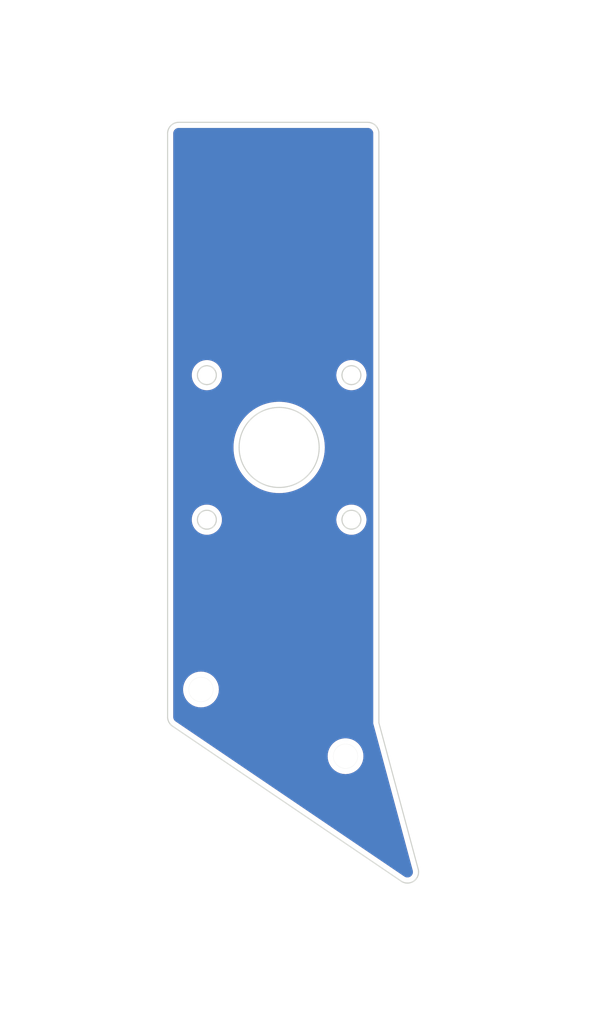
<source format=kicad_pcb>
(kicad_pcb (version 20211014) (generator pcbnew)
  (layers (0 "F.Cu" signal) (31 "B.Cu" signal) (34 "B.Paste" user) (35 "F.Paste" user) (36 "B.SilkS" user "B.Silkscreen") (37 "F.SilkS" user "F.Silkscreen") (38 "B.Mask" user) (39 "F.Mask" user) (44 "Edge.Cuts" user))
  (net 0 "")
  (footprint "kbd_Hole:m2_Screw_Hole_EdgeCuts" (layer "F.Cu") (at 35.191815 73.246491)
    (fp_text reference "Ref**" hide)
    (fp_text value "Val**" hide)
    (fp_circle (center 0 0) (end 1.1 0) (layer "Edge.Cuts") (width 0.01) (fill none))
  )
  (footprint "kbd_Hole:m2_Screw_Hole_EdgeCuts" (layer "F.Cu") (at 22.190186 67.245575)
    (fp_text reference "Ref**" hide)
    (fp_text value "Val**" hide)
    (fp_circle (center 0 0) (end 1.1 0) (layer "Edge.Cuts") (width 0.01) (fill none))
  )
  (gr_line (start 35.677267 39.826882) (end 35.634121 39.823598) (layer "Edge.Cuts") (width 0.100012))
  (gr_line (start 22.892241 38.145233) (end 22.933333 38.154734) (layer "Edge.Cuts") (width 0.100012))
  (gr_line (start 26.443506 47.76749) (end 26.336589 47.631469) (layer "Edge.Cuts") (width 0.100012))
  (gr_line (start 35.180473 38.322209) (end 35.21258 38.296958) (layer "Edge.Cuts") (width 0.100012))
  (gr_line (start 37.624359 16.337381) (end 37.58011 16.31724) (layer "Edge.Cuts") (width 0.100012))
  (gr_line (start 34.994213 39.418755) (end 34.973745 39.383167) (layer "Edge.Cuts") (width 0.100012))
  (gr_line (start 36.566782 38.891293) (end 36.570068 38.934444) (layer "Edge.Cuts") (width 0.100012))
  (gr_line (start 23.468286 38.573057) (end 23.48707 38.609714) (layer "Edge.Cuts") (width 0.100012))
  (gr_line (start 23.261482 39.633876) (end 23.229371 39.659109) (layer "Edge.Cuts") (width 0.100012))
  (gr_line (start 36.229516 52.659195) (end 36.196179 52.682909) (layer "Edge.Cuts") (width 0.100012))
  (gr_line (start 22.807922 39.823598) (end 22.764803 39.826882) (layer "Edge.Cuts") (width 0.100012))
  (gr_line (start 22.091914 52.54952) (end 22.065183 52.518665) (layer "Edge.Cuts") (width 0.100012))
  (gr_line (start 22.549874 51.145432) (end 22.591722 51.137955) (layer "Edge.Cuts") (width 0.100012))
  (gr_line (start 36.504313 39.308884) (end 36.487277 39.346525) (layer "Edge.Cuts") (width 0.100012))
  (gr_line (start 19.62867 70.543595) (end 40.199143 84.487137) (layer "Edge.Cuts") (width 0.100012))
  (gr_line (start 19.483854 16.532459) (end 19.450637 16.567275) (layer "Edge.Cuts") (width 0.100012))
  (gr_line (start 22.721116 38.127945) (end 22.721116 38.127945) (layer "Edge.Cuts") (width 0.100012))
  (gr_line (start 34.875529 52.064881) (end 34.872246 52.021732) (layer "Edge.Cuts") (width 0.100012))
  (gr_line (start 34.880936 39.107546) (end 34.875529 39.065027) (layer "Edge.Cuts") (width 0.100012))
  (gr_line (start 36.402169 52.486542) (end 36.376919 52.518665) (layer "Edge.Cuts") (width 0.100012))
  (gr_line (start 23.321854 39.579018) (end 23.292328 39.607161) (layer "Edge.Cuts") (width 0.100012))
  (gr_line (start 23.447807 39.418755) (end 23.425685 39.453236) (layer "Edge.Cuts") (width 0.100012))
  (gr_line (start 32.299613 47.344234) (end 32.205927 47.490308) (layer "Edge.Cuts") (width 0.100012))
  (gr_line (start 21.973611 38.573057) (end 21.994093 38.537453) (layer "Edge.Cuts") (width 0.100012))
  (gr_line (start 21.897714 51.765677) (end 21.90918 51.725354) (layer "Edge.Cuts") (width 0.100012))
  (gr_line (start 35.149634 39.607161) (end 35.120116 39.579018) (layer "Edge.Cuts") (width 0.100012))
  (gr_line (start 26.055757 43.762699) (end 26.142488 43.611939) (layer "Edge.Cuts") (width 0.100012))
  (gr_line (start 23.125974 39.725385) (end 23.089334 39.744158) (layer "Edge.Cuts") (width 0.100012))
  (gr_line (start 22.764803 51.129265) (end 22.807922 51.132548) (layer "Edge.Cuts") (width 0.100012))
  (gr_line (start 31.510449 42.700532) (end 31.641103 42.813724) (layer "Edge.Cuts") (width 0.100012))
  (gr_line (start 19.288737 16.806285) (end 19.268593 16.850533) (layer "Edge.Cuts") (width 0.100012))
  (gr_line (start 19.389286 16.641469) (end 19.361283 16.680717) (layer "Edge.Cuts") (width 0.100012))
  (gr_line (start 30.12029 41.991406) (end 30.291074 42.039953) (layer "Edge.Cuts") (width 0.100012))
  (gr_line (start 25.734386 44.578845) (end 25.782933 44.40806) (layer "Edge.Cuts") (width 0.100012))
  (gr_line (start 41.758414 83.593635) (end 41.755755 83.560947) (layer "Edge.Cuts") (width 0.100012))
  (gr_line (start 34.87114 51.978012) (end 34.872246 51.934294) (layer "Edge.Cuts") (width 0.100012))
  (gr_line (start 41.19236 84.560153) (end 41.235456 84.537952) (layer "Edge.Cuts") (width 0.100012))
  (gr_line (start 35.040023 51.469604) (end 35.065257 51.437497) (layer "Edge.Cuts") (width 0.100012))
  (gr_line (start 35.973675 39.789767) (end 35.933343 39.801223) (layer "Edge.Cuts") (width 0.100012))
  (gr_line (start 19.190773 17.187089) (end 19.189461 17.23822) (layer "Edge.Cuts") (width 0.100012))
  (gr_line (start 21.880731 38.848767) (end 21.888214 38.806918) (layer "Edge.Cuts") (width 0.100012))
  (gr_line (start 36.519545 38.685973) (end 36.532921 38.725468) (layer "Edge.Cuts") (width 0.100012))
  (gr_line (start 19.335147 16.721312) (end 19.310944 16.76319) (layer "Edge.Cuts") (width 0.100012))
  (gr_line (start 22.016219 52.453206) (end 21.994093 52.418709) (layer "Edge.Cuts") (width 0.100012))
  (gr_line (start 23.401976 38.469618) (end 23.425685 38.502955) (layer "Edge.Cuts") (width 0.100012))
  (gr_line (start 41.661268 84.091254) (end 41.68141 84.047003) (layer "Edge.Cuts") (width 0.100012))
  (gr_line (start 22.973642 51.166381) (end 23.013115 51.179747) (layer "Edge.Cuts") (width 0.100012))
  (gr_line (start 35.807853 51.132548) (end 35.850378 51.137955) (layer "Edge.Cuts") (width 0.100012))
  (gr_line (start 22.212586 39.659109) (end 22.180463 39.633876) (layer "Edge.Cuts") (width 0.100012))
  (gr_line (start 19.194666 17.13659) (end 19.190773 17.187089) (layer "Edge.Cuts") (width 0.100012))
  (gr_line (start 36.013165 38.179576) (end 36.051765 38.19481) (layer "Edge.Cuts") (width 0.100012))
  (gr_line (start 32.707715 44.578845) (end 32.747945 44.752954) (layer "Edge.Cuts") (width 0.100012))
  (gr_line (start 23.425685 39.453236) (end 23.401976 39.486556) (layer "Edge.Cuts") (width 0.100012))
  (gr_line (start 34.937948 39.308884) (end 34.922727 39.270296) (layer "Edge.Cuts") (width 0.100012))
  (gr_line (start 36.425881 38.502955) (end 36.448006 38.537453) (layer "Edge.Cuts") (width 0.100012))
  (gr_line (start 36.161679 51.251234) (end 36.196176 51.273345) (layer "Edge.Cuts") (width 0.100012))
  (gr_line (start 32.816456 45.663223) (end 32.802542 45.845942) (layer "Edge.Cuts") (width 0.100012))
  (gr_line (start 22.634247 52.823808) (end 22.591722 52.818397) (layer "Edge.Cuts") (width 0.100012))
  (gr_line (start 22.764803 38.129052) (end 22.807922 38.132339) (layer "Edge.Cuts") (width 0.100012))
  (gr_line (start 36.051765 38.19481) (end 36.08942 38.211847) (layer "Edge.Cuts") (width 0.100012))
  (gr_line (start 28.853195 49.059584) (end 28.67312 49.036671) (layer "Edge.Cuts") (width 0.100012))
  (gr_line (start 26.336589 43.324703) (end 26.443506 43.188681) (layer "Edge.Cuts") (width 0.100012))
  (gr_line (start 19.419093 16.603634) (end 19.389286 16.641469) (layer "Edge.Cuts") (width 0.100012))
  (gr_line (start 35.973672 51.166381) (end 36.013165 51.179747) (layer "Edge.Cuts") (width 0.100012))
  (gr_line (start 35.634121 51.132548) (end 35.677267 51.129265) (layer "Edge.Cuts") (width 0.100012))
  (gr_line (start 41.747221 83.495941) (end 41.741337 83.463674) (layer "Edge.Cuts") (width 0.100012))
  (gr_line (start 26.800997 42.813724) (end 26.931652 42.700532) (layer "Edge.Cuts") (width 0.100012))
  (gr_line (start 22.280419 52.705034) (end 22.245922 52.682909) (layer "Edge.Cuts") (width 0.100012))
  (gr_line (start 36.196179 52.682909) (end 36.161683 52.705034) (layer "Edge.Cuts") (width 0.100012))
  (gr_line (start 31.998595 47.76749) (end 31.885403 47.898145) (layer "Edge.Cuts") (width 0.100012))
  (gr_line (start 27.98379 42.096591) (end 28.151023 42.039953) (layer "Edge.Cuts") (width 0.100012))
  (gr_line (start 21.954825 52.34645) (end 21.937788 52.308795) (layer "Edge.Cuts") (width 0.100012))
  (gr_line (start 36.261638 52.633945) (end 36.229516 52.659195) (layer "Edge.Cuts") (width 0.100012))
  (gr_line (start 34.888413 39.149386) (end 34.880936 39.107546) (layer "Edge.Cuts") (width 0.100012))
  (gr_line (start 23.53271 51.725354) (end 23.544174 51.765677) (layer "Edge.Cuts") (width 0.100012))
  (gr_line (start 23.229371 38.296958) (end 23.261482 38.322209) (layer "Edge.Cuts") (width 0.100012))
  (gr_line (start 32.465892 43.917919) (end 32.53803 44.07737) (layer "Edge.Cuts") (width 0.100012))
  (gr_line (start 23.229371 52.659195) (end 23.196046 52.682909) (layer "Edge.Cuts") (width 0.100012))
  (gr_line (start 41.760537 83.659256) (end 41.760537 83.659256) (layer "Edge.Cuts") (width 0.100012))
  (gr_line (start 29.221047 49.078186) (end 29.221047 49.078186) (layer "Edge.Cuts") (width 0.100012))
  (gr_line (start 38.071065 16.76319) (end 38.046865 16.721312) (layer "Edge.Cuts") (width 0.100012))
  (gr_line (start 35.180473 39.633876) (end 35.149634 39.607161) (layer "Edge.Cuts") (width 0.100012))
  (gr_line (start 23.161563 38.251117) (end 23.196046 38.273243) (layer "Edge.Cuts") (width 0.100012))
  (gr_line (start 31.641103 48.142445) (end 31.510449 48.255636) (layer "Edge.Cuts") (width 0.100012))
  (gr_line (start 41.740063 83.859761) (end 41.748923 83.810716) (layer "Edge.Cuts") (width 0.100012))
  (gr_line (start 37.534774 16.299225) (end 37.488415 16.283401) (layer "Edge.Cuts") (width 0.100012))
  (gr_line (start 29.946181 41.951176) (end 30.12029 41.991406) (layer "Edge.Cuts") (width 0.100012))
  (gr_line (start 21.922555 52.270194) (end 21.90918 52.230701) (layer "Edge.Cuts") (width 0.100012))
  (gr_line (start 37.898188 16.532459) (end 37.863372 16.499251) (layer "Edge.Cuts") (width 0.100012))
  (gr_line (start 41.715249 83.955299) (end 41.728816 83.907977) (layer "Edge.Cuts") (width 0.100012))
  (gr_line (start 25.83957 44.240826) (end 25.904072 44.07737) (layer "Edge.Cuts") (width 0.100012))
  (gr_line (start 22.180463 51.322278) (end 22.212586 51.297044) (layer "Edge.Cuts") (width 0.100012))
  (gr_line (start 22.721116 51.128159) (end 22.721116 51.128159) (layer "Edge.Cuts") (width 0.100012))
  (gr_line (start 22.065183 51.437497) (end 22.091914 51.406657) (layer "Edge.Cuts") (width 0.100012))
  (gr_line (start 22.280419 39.704917) (end 22.245922 39.682807) (layer "Edge.Cuts") (width 0.100012))
  (gr_line (start 22.591722 51.137955) (end 22.634247 51.132548) (layer "Edge.Cuts") (width 0.100012))
  (gr_line (start 38.180922 17.08679) (end 38.172062 17.037752) (layer "Edge.Cuts") (width 0.100012))
  (gr_line (start 30.781214 48.722933) (end 30.621763 48.795071) (layer "Edge.Cuts") (width 0.100012))
  (gr_line (start 22.352678 52.744303) (end 22.316022 52.725517) (layer "Edge.Cuts") (width 0.100012))
  (gr_line (start 27.660885 48.722933) (end 27.505666 48.643385) (layer "Edge.Cuts") (width 0.100012))
  (gr_line (start 22.892241 52.810914) (end 22.85042 52.818397) (layer "Edge.Cuts") (width 0.100012))
  (gr_line (start 21.87532 51.891147) (end 21.880731 51.848627) (layer "Edge.Cuts") (width 0.100012))
  (gr_line (start 34.973745 52.383106) (end 34.954972 52.34645) (layer "Edge.Cuts") (width 0.100012))
  (gr_line (start 22.016219 38.502955) (end 22.039933 38.469618) (layer "Edge.Cuts") (width 0.100012))
  (gr_line (start 40.811548 84.658097) (end 40.862048 84.654205) (layer "Edge.Cuts") (width 0.100012))
  (gr_line (start 32.821145 45.478089) (end 32.816456 45.663223) (layer "Edge.Cuts") (width 0.100012))
  (gr_line (start 22.933333 39.801223) (end 22.892241 39.810716) (layer "Edge.Cuts") (width 0.100012))
  (gr_line (start 32.465892 47.038256) (end 32.386344 47.193474) (layer "Edge.Cuts") (width 0.100012))
  (gr_line (start 19.250576 16.895868) (end 19.234751 16.942227) (layer "Edge.Cuts") (width 0.100012))
  (gr_line (start 25.83957 46.715349) (end 25.782933 46.548116) (layer "Edge.Cuts") (width 0.100012))
  (gr_line (start 28.321807 41.991406) (end 28.495915 41.951176) (layer "Edge.Cuts") (width 0.100012))
  (gr_line (start 22.634247 38.132339) (end 22.677396 38.129052) (layer "Edge.Cuts") (width 0.100012))
  (gr_line (start 22.933333 51.154925) (end 22.973642 51.166381) (layer "Edge.Cuts") (width 0.100012))
  (gr_line (start 22.508758 38.154734) (end 22.549874 38.145233) (layer "Edge.Cuts") (width 0.100012))
  (gr_line (start 22.85042 38.13775) (end 22.892241 38.145233) (layer "Edge.Cuts") (width 0.100012))
  (gr_line (start 41.056415 84.614127) (end 41.102775 84.598306) (layer "Edge.Cuts") (width 0.100012))
  (gr_line (start 23.48707 51.609639) (end 23.504104 51.647282) (layer "Edge.Cuts") (width 0.100012))
  (gr_line (start 22.721116 39.827988) (end 22.677396 39.826882) (layer "Edge.Cuts") (width 0.100012))
  (gr_line (start 26.800997 48.142445) (end 26.675937 48.023205) (layer "Edge.Cuts") (width 0.100012))
  (gr_line (start 37.931397 16.567275) (end 37.898188 16.532459) (layer "Edge.Cuts") (width 0.100012))
  (gr_line (start 21.90918 52.230701) (end 21.897714 52.19037) (layer "Edge.Cuts") (width 0.100012))
  (gr_line (start 23.401976 51.469604) (end 23.425685 51.502925) (layer "Edge.Cuts") (width 0.100012))
  (gr_line (start 36.402169 39.486556) (end 36.376919 39.518662) (layer "Edge.Cuts") (width 0.100012))
  (gr_line (start 35.933341 51.154925) (end 35.973672 51.166381) (layer "Edge.Cuts") (width 0.100012))
  (gr_line (start 35.933343 39.801223) (end 35.892227 39.810716) (layer "Edge.Cuts") (width 0.100012))
  (gr_line (start 34.897906 39.190493) (end 34.888413 39.149386) (layer "Edge.Cuts") (width 0.100012))
  (gr_line (start 41.68141 84.047003) (end 41.699425 84.001663) (layer "Edge.Cuts") (width 0.100012))
  (gr_line (start 19.219491 69.958749) (end 19.236046 70.017141) (layer "Edge.Cuts") (width 0.100012))
  (gr_line (start 23.376732 51.437497) (end 23.401976 51.469604) (layer "Edge.Cuts") (width 0.100012))
  (gr_line (start 21.90918 38.725468) (end 21.922555 38.685973) (layer "Edge.Cuts") (width 0.100012))
  (gr_line (start 36.322028 52.579054) (end 36.292493 52.607214) (layer "Edge.Cuts") (width 0.100012))
  (gr_line (start 38.147248 16.942227) (end 38.131424 16.895868) (layer "Edge.Cuts") (width 0.100012))
  (gr_line (start 30.12029 48.964757) (end 29.946181 49.004986) (layer "Edge.Cuts") (width 0.100012))
  (gr_line (start 41.009098 84.627693) (end 41.056415 84.614127) (layer "Edge.Cuts") (width 0.100012))
  (gr_line (start 36.570068 38.934444) (end 36.571175 38.978165) (layer "Edge.Cuts") (width 0.100012))
  (gr_line (start 23.321854 38.377102) (end 23.350006 38.406637) (layer "Edge.Cuts") (width 0.100012))
  (gr_line (start 32.299613 43.611939) (end 32.386344 43.762699) (layer "Edge.Cuts") (width 0.100012))
  (gr_line (start 22.892241 39.810716) (end 22.85042 39.818192) (layer "Edge.Cuts") (width 0.100012))
  (gr_line (start 25.904072 46.878805) (end 25.83957 46.715349) (layer "Edge.Cuts") (width 0.100012))
  (gr_line (start 22.508758 51.154925) (end 22.549874 51.145432) (layer "Edge.Cuts") (width 0.100012))
  (gr_line (start 37.667455 16.359585) (end 37.624359 16.337381) (layer "Edge.Cuts") (width 0.100012))
  (gr_line (start 22.428934 51.179747) (end 22.468427 51.166381) (layer "Edge.Cuts") (width 0.100012))
  (gr_line (start 36.196179 39.682807) (end 36.161683 39.704917) (layer "Edge.Cuts") (width 0.100012))
  (gr_line (start 22.149608 52.607214) (end 22.120074 52.579054) (layer "Edge.Cuts") (width 0.100012))
  (gr_line (start 35.428846 38.179576) (end 35.468329 38.1662) (layer "Edge.Cuts") (width 0.100012))
  (gr_line (start 35.120116 39.579018) (end 35.091972 39.5495) (layer "Edge.Cuts") (width 0.100012))
  (gr_line (start 31.998595 43.188681) (end 32.105512 43.324703) (layer "Edge.Cuts") (width 0.100012))
  (gr_line (start 34.888413 38.806918) (end 34.897906 38.7658) (layer "Edge.Cuts") (width 0.100012))
  (gr_line (start 35.764705 38.129052) (end 35.807853 38.132339) (layer "Edge.Cuts") (width 0.100012))
  (gr_line (start 36.532922 39.230814) (end 36.519546 39.270296) (layer "Edge.Cuts") (width 0.100012))
  (gr_line (start 41.357178 84.459628) (end 41.395014 84.42983) (layer "Edge.Cuts") (width 0.100012))
  (gr_line (start 19.405182 70.335962) (end 19.444253 70.382421) (layer "Edge.Cuts") (width 0.100012))
  (gr_line (start 36.376919 52.518665) (end 36.350187 52.54952) (layer "Edge.Cuts") (width 0.100012))
  (gr_line (start 22.180463 39.633876) (end 22.149608 39.607161) (layer "Edge.Cuts") (width 0.100012))
  (gr_line (start 37.749929 16.409916) (end 37.709333 16.383784) (layer "Edge.Cuts") (width 0.100012))
  (gr_line (start 40.648549 84.653132) (end 40.685668 84.656611) (layer "Edge.Cuts") (width 0.100012))
  (gr_line (start 32.386344 47.193474) (end 32.299613 47.344234) (layer "Edge.Cuts") (width 0.100012))
  (gr_line (start 19.221183 16.989543) (end 19.209936 17.037752) (layer "Edge.Cuts") (width 0.100012))
  (gr_line (start 34.973745 38.573057) (end 34.994213 38.537453) (layer "Edge.Cuts") (width 0.100012))
  (gr_line (start 35.245901 39.682807) (end 35.21258 39.659109) (layer "Edge.Cuts") (width 0.100012))
  (gr_line (start 23.401976 39.486556) (end 23.376732 39.518662) (layer "Edge.Cuts") (width 0.100012))
  (gr_line (start 21.888214 39.149386) (end 21.880731 39.107546) (layer "Edge.Cuts") (width 0.100012))
  (gr_line (start 22.149608 51.348994) (end 22.180463 51.322278) (layer "Edge.Cuts") (width 0.100012))
  (gr_line (start 21.880731 52.107406) (end 21.87532 52.064881) (layer "Edge.Cuts") (width 0.100012))
  (gr_line (start 29.035913 41.882664) (end 29.221047 41.877976) (layer "Edge.Cuts") (width 0.100012))
  (gr_line (start 36.553888 39.149386) (end 36.544387 39.190493) (layer "Edge.Cuts") (width 0.100012))
  (gr_line (start 23.292328 39.607161) (end 23.261482 39.633876) (layer "Edge.Cuts") (width 0.100012))
  (gr_line (start 23.504104 38.647371) (end 23.519335 38.685973) (layer "Edge.Cuts") (width 0.100012))
  (gr_line (start 19.234751 16.942227) (end 19.221183 16.989543) (layer "Edge.Cuts") (width 0.100012))
  (gr_line (start 23.161563 39.704917) (end 23.125974 39.725385) (layer "Edge.Cuts") (width 0.100012))
  (gr_line (start 21.888214 52.149253) (end 21.880731 52.107406) (layer "Edge.Cuts") (width 0.100012))
  (gr_line (start 23.161563 52.705034) (end 23.125974 52.725517) (layer "Edge.Cuts") (width 0.100012))
  (gr_line (start 22.591722 38.13775) (end 22.634247 38.132339) (layer "Edge.Cuts") (width 0.100012))
  (gr_line (start 36.487277 39.346525) (end 36.468491 39.383167) (layer "Edge.Cuts") (width 0.100012))
  (gr_line (start 41.588734 84.216828) (end 41.614865 84.176231) (layer "Edge.Cuts") (width 0.100012))
  (gr_line (start 22.212586 52.659195) (end 22.180463 52.633945) (layer "Edge.Cuts") (width 0.100012))
  (gr_line (start 27.820335 42.161093) (end 27.98379 42.096591) (layer "Edge.Cuts") (width 0.100012))
  (gr_line (start 23.051697 52.76134) (end 23.013115 52.776573) (layer "Edge.Cuts") (width 0.100012))
  (gr_line (start 23.089334 38.211847) (end 23.125974 38.230634) (layer "Edge.Cuts") (width 0.100012))
  (gr_line (start 22.468427 39.789767) (end 22.428934 39.776402) (layer "Edge.Cuts") (width 0.100012))
  (gr_line (start 31.641103 42.813724) (end 31.766163 42.932965) (layer "Edge.Cuts") (width 0.100012))
  (gr_line (start 23.519335 52.270194) (end 23.504104 52.308795) (layer "Edge.Cuts") (width 0.100012))
  (gr_line (start 34.875529 38.891293) (end 34.880936 38.848767) (layer "Edge.Cuts") (width 0.100012))
  (gr_line (start 34.922727 39.270296) (end 34.909361 39.230814) (layer "Edge.Cuts") (width 0.100012))
  (gr_line (start 38.191224 17.187089) (end 38.187331 17.13659) (layer "Edge.Cuts") (width 0.100012))
  (gr_line (start 35.280383 39.704917) (end 35.245901 39.682807) (layer "Edge.Cuts") (width 0.100012))
  (gr_line (start 22.039933 39.486556) (end 22.016219 39.453236) (layer "Edge.Cuts") (width 0.100012))
  (gr_line (start 21.90918 51.725354) (end 21.922555 51.685872) (layer "Edge.Cuts") (width 0.100012))
  (gr_line (start 28.67312 49.036671) (end 28.495915 49.004986) (layer "Edge.Cuts") (width 0.100012))
  (gr_line (start 37.441097 16.269834) (end 37.392887 16.258588) (layer "Edge.Cuts") (width 0.100012))
  (gr_line (start 38.192536 17.23822) (end 38.191224 17.187089) (layer "Edge.Cuts") (width 0.100012))
  (gr_line (start 23.566568 51.891147) (end 23.569854 51.934294) (layer "Edge.Cuts") (width 0.100012))
  (gr_line (start 34.888413 52.149253) (end 34.880936 52.107406) (layer "Edge.Cuts") (width 0.100012))
  (gr_line (start 36.29249 38.348941) (end 36.322025 38.377102) (layer "Edge.Cuts") (width 0.100012))
  (gr_line (start 19.757771 16.337381) (end 19.714659 16.359585) (layer "Edge.Cuts") (width 0.100012))
  (gr_line (start 21.872034 51.934294) (end 21.87532 51.891147) (layer "Edge.Cuts") (width 0.100012))
  (gr_line (start 26.142488 47.344234) (end 26.055757 47.193474) (layer "Edge.Cuts") (width 0.100012))
  (gr_line (start 35.21258 38.296958) (end 35.245901 38.273243) (layer "Edge.Cuts") (width 0.100012))
  (gr_line (start 37.992735 16.641469) (end 37.962935 16.603634) (layer "Edge.Cuts") (width 0.100012))
  (gr_line (start 37.709333 16.383784) (end 37.667455 16.359585) (layer "Edge.Cuts") (width 0.100012))
  (gr_line (start 20.189942 16.238114) (end 37.192414 16.238114) (layer "Edge.Cuts") (width 0.100012))
  (gr_line (start 19.486218 70.426566) (end 19.530996 70.468245) (layer "Edge.Cuts") (width 0.100012))
  (gr_line (start 34.897906 51.765677) (end 34.909361 51.725354) (layer "Edge.Cuts") (width 0.100012))
  (gr_line (start 35.091972 39.5495) (end 35.065257 39.518662) (layer "Edge.Cuts") (width 0.100012))
  (gr_line (start 21.994093 52.418709) (end 21.973611 52.383106) (layer "Edge.Cuts") (width 0.100012))
  (gr_line (start 41.639065 84.134352) (end 41.661268 84.091254) (layer "Edge.Cuts") (width 0.100012))
  (gr_line (start 31.233266 48.462968) (end 31.087192 48.556655) (layer "Edge.Cuts") (width 0.100012))
  (gr_line (start 34.909361 38.725468) (end 34.922727 38.685973) (layer "Edge.Cuts") (width 0.100012))
  (gr_line (start 29.946181 49.004986) (end 29.768976 49.036671) (layer "Edge.Cuts") (width 0.100012))
  (gr_line (start 21.872034 39.021882) (end 21.870926 38.978165) (layer "Edge.Cuts") (width 0.100012))
  (gr_line (start 35.720986 51.128159) (end 35.720986 51.128159) (layer "Edge.Cuts") (width 0.100012))
  (gr_line (start 26.931652 48.255636) (end 26.800997 48.142445) (layer "Edge.Cuts") (width 0.100012))
  (gr_line (start 34.87114 38.978165) (end 34.87114 38.978165) (layer "Edge.Cuts") (width 0.100012))
  (gr_line (start 35.352614 52.744303) (end 35.315972 52.725517) (layer "Edge.Cuts") (width 0.100012))
  (gr_line (start 21.973611 52.383106) (end 21.954825 52.34645) (layer "Edge.Cuts") (width 0.100012))
  (gr_line (start 36.261635 38.322209) (end 36.29249 38.348941) (layer "Edge.Cuts") (width 0.100012))
  (gr_line (start 27.067672 48.362553) (end 26.931652 48.255636) (layer "Edge.Cuts") (width 0.100012))
  (gr_line (start 22.764803 39.826882) (end 22.721116 39.827988) (layer "Edge.Cuts") (width 0.100012))
  (gr_line (start 40.262661 84.526774) (end 40.29537 84.544727) (layer "Edge.Cuts") (width 0.100012))
  (gr_line (start 21.87532 39.065027) (end 21.872034 39.021882) (layer "Edge.Cuts") (width 0.100012))
  (gr_line (start 21.994093 38.537453) (end 22.016219 38.502955) (layer "Edge.Cuts") (width 0.100012))
  (gr_line (start 23.321854 51.377138) (end 23.350006 51.406657) (layer "Edge.Cuts") (width 0.100012))
  (gr_line (start 23.051697 39.761181) (end 23.013115 39.776402) (layer "Edge.Cuts") (width 0.100012))
  (gr_line (start 34.880936 52.107406) (end 34.875529 52.064881) (layer "Edge.Cuts") (width 0.100012))
  (gr_line (start 19.206474 69.89926) (end 19.219491 69.958749) (layer "Edge.Cuts") (width 0.100012))
  (gr_line (start 36.08942 51.211992) (end 36.126076 51.230765) (layer "Edge.Cuts") (width 0.100012))
  (gr_line (start 35.720986 39.827988) (end 35.720986 39.827988) (layer "Edge.Cuts") (width 0.100012))
  (gr_line (start 22.468427 52.789948) (end 22.428934 52.776573) (layer "Edge.Cuts") (width 0.100012))
  (gr_line (start 41.466189 84.365086) (end 41.499398 84.33027) (layer "Edge.Cuts") (width 0.100012))
  (gr_line (start 20.189942 16.238114) (end 20.138776 16.239426) (layer "Edge.Cuts") (width 0.100012))
  (gr_line (start 36.532921 51.725354) (end 36.544387 51.765677) (layer "Edge.Cuts") (width 0.100012))
  (gr_line (start 35.315972 51.230765) (end 35.352614 51.211992) (layer "Edge.Cuts") (width 0.100012))
  (gr_line (start 23.089334 39.744158) (end 23.051697 39.761181) (layer "Edge.Cuts") (width 0.100012))
  (gr_line (start 23.569854 39.021882) (end 23.566568 39.065027) (layer "Edge.Cuts") (width 0.100012))
  (gr_line (start 35.85038 52.818397) (end 35.807854 52.823808) (layer "Edge.Cuts") (width 0.100012))
  (gr_line (start 22.065183 52.518665) (end 22.039933 52.486542) (layer "Edge.Cuts") (width 0.100012))
  (gr_line (start 37.789177 16.437914) (end 37.749929 16.409916) (layer "Edge.Cuts") (width 0.100012))
  (gr_line (start 40.29537 84.544727) (end 40.328664 84.56142) (layer "Edge.Cuts") (width 0.100012))
  (gr_line (start 23.051697 38.19481) (end 23.089334 38.211847) (layer "Edge.Cuts") (width 0.100012))
  (gr_line (start 36.229512 38.296958) (end 36.261635 38.322209) (layer "Edge.Cuts") (width 0.100012))
  (gr_line (start 21.937788 39.308884) (end 21.922555 39.270296) (layer "Edge.Cuts") (width 0.100012))
  (gr_line (start 21.870926 51.978012) (end 21.870926 51.978012) (layer "Edge.Cuts") (width 0.100012))
  (gr_line (start 23.519335 51.685872) (end 23.53271 51.725354) (layer "Edge.Cuts") (width 0.100012))
  (gr_line (start 20.038415 16.249728) (end 19.98935 16.258588) (layer "Edge.Cuts") (width 0.100012))
  (gr_line (start 21.922555 51.685872) (end 21.937788 51.647282) (layer "Edge.Cuts") (width 0.100012))
  (gr_line (start 22.091914 51.406657) (end 22.120074 51.377138) (layer "Edge.Cuts") (width 0.100012))
  (gr_line (start 31.766163 48.023205) (end 31.641103 48.142445) (layer "Edge.Cuts") (width 0.100012))
  (gr_line (start 36.350185 38.406637) (end 36.376916 38.437494) (layer "Edge.Cuts") (width 0.100012))
  (gr_line (start 23.292328 38.348941) (end 23.321854 38.377102) (layer "Edge.Cuts") (width 0.100012))
  (gr_line (start 25.734386 46.377331) (end 25.694157 46.203223) (layer "Edge.Cuts") (width 0.100012))
  (gr_line (start 31.087192 42.399511) (end 31.233266 42.493198) (layer "Edge.Cuts") (width 0.100012))
  (gr_line (start 34.973745 51.572996) (end 34.994213 51.537407) (layer "Edge.Cuts") (width 0.100012))
  (gr_line (start 22.245922 39.682807) (end 22.212586 39.659109) (layer "Edge.Cuts") (width 0.100012))
  (gr_line (start 23.447807 51.537407) (end 23.468286 51.572996) (layer "Edge.Cuts") (width 0.100012))
  (gr_line (start 23.544174 39.190493) (end 23.53271 39.230814) (layer "Edge.Cuts") (width 0.100012))
  (gr_line (start 19.450637 16.567275) (end 19.419093 16.603634) (layer "Edge.Cuts") (width 0.100012))
  (gr_line (start 38.187331 17.13659) (end 38.180922 17.08679) (layer "Edge.Cuts") (width 0.100012))
  (gr_line (start 23.569854 51.934294) (end 23.570961 51.978012) (layer "Edge.Cuts") (width 0.100012))
  (gr_line (start 31.766163 42.932965) (end 31.885403 43.058026) (layer "Edge.Cuts") (width 0.100012))
  (gr_line (start 23.519335 39.270296) (end 23.504104 39.308884) (layer "Edge.Cuts") (width 0.100012))
  (gr_line (start 35.21258 52.659195) (end 35.180473 52.633945) (layer "Edge.Cuts") (width 0.100012))
  (gr_line (start 41.102775 84.598306) (end 41.148111 84.580292) (layer "Edge.Cuts") (width 0.100012))
  (gr_line (start 31.374427 48.362553) (end 31.233266 48.462968) (layer "Edge.Cuts") (width 0.100012))
  (gr_line (start 26.931652 42.700532) (end 27.067672 42.593614) (layer "Edge.Cuts") (width 0.100012))
  (gr_line (start 35.280383 38.251117) (end 35.315972 38.230634) (layer "Edge.Cuts") (width 0.100012))
  (gr_line (start 22.933333 38.154734) (end 22.973642 38.1662) (layer "Edge.Cuts") (width 0.100012))
  (gr_line (start 36.322028 39.579018) (end 36.292493 39.607161) (layer "Edge.Cuts") (width 0.100012))
  (gr_line (start 35.428846 52.776573) (end 35.390257 52.76134) (layer "Edge.Cuts") (width 0.100012))
  (gr_line (start 35.016324 38.502955) (end 35.040023 38.469618) (layer "Edge.Cuts") (width 0.100012))
  (gr_line (start 37.243547 16.239426) (end 37.192414 16.238114) (layer "Edge.Cuts") (width 0.100012))
  (gr_line (start 19.197076 69.838828) (end 19.206474 69.89926) (layer "Edge.Cuts") (width 0.100012))
  (gr_line (start 35.634121 52.823808) (end 35.591601 52.818397) (layer "Edge.Cuts") (width 0.100012))
  (gr_line (start 36.519546 39.270296) (end 36.504313 39.308884) (layer "Edge.Cuts") (width 0.100012))
  (gr_line (start 35.764705 51.129265) (end 35.807853 51.132548) (layer "Edge.Cuts") (width 0.100012))
  (gr_line (start 32.747945 44.752954) (end 32.779629 44.93016) (layer "Edge.Cuts") (width 0.100012))
  (gr_line (start 22.549874 52.810914) (end 22.508758 52.801413) (layer "Edge.Cuts") (width 0.100012))
  (gr_line (start 41.499398 84.33027) (end 41.530935 84.293912) (layer "Edge.Cuts") (width 0.100012))
  (gr_line (start 36.570068 51.934294) (end 36.571175 51.978012) (layer "Edge.Cuts") (width 0.100012))
  (gr_line (start 41.734372 83.431597) (end 41.726319 83.399735) (layer "Edge.Cuts") (width 0.100012))
  (gr_line (start 19.30614 70.184223) (end 19.336045 70.236711) (layer "Edge.Cuts") (width 0.100012))
  (gr_line (start 35.390257 52.76134) (end 35.352614 52.744303) (layer "Edge.Cuts") (width 0.100012))
  (gr_line (start 19.209936 17.037752) (end 19.201076 17.08679) (layer "Edge.Cuts") (width 0.100012))
  (gr_line (start 34.897906 52.19037) (end 34.888413 52.149253) (layer "Edge.Cuts") (width 0.100012))
  (gr_line (start 21.973611 51.572996) (end 21.994093 51.537407) (layer "Edge.Cuts") (width 0.100012))
  (gr_line (start 21.888214 51.806786) (end 21.897714 51.765677) (layer "Edge.Cuts") (width 0.100012))
  (gr_line (start 21.973611 39.383167) (end 21.954825 39.346525) (layer "Edge.Cuts") (width 0.100012))
  (gr_line (start 19.530996 70.468245) (end 19.578507 70.507305) (layer "Edge.Cuts") (width 0.100012))
  (gr_line (start 30.781214 42.233232) (end 30.936433 42.31278) (layer "Edge.Cuts") (width 0.100012))
  (gr_line (start 29.5889 41.896578) (end 29.768976 41.919491) (layer "Edge.Cuts") (width 0.100012))
  (gr_line (start 41.759225 83.710399) (end 41.760537 83.659256) (layer "Edge.Cuts") (width 0.100012))
  (gr_line (start 27.354907 48.556655) (end 27.208833 48.462968) (layer "Edge.Cuts") (width 0.100012))
  (gr_line (start 23.196046 39.682807) (end 23.161563 39.704917) (layer "Edge.Cuts") (width 0.100012))
  (gr_line (start 21.922555 38.685973) (end 21.937788 38.647371) (layer "Edge.Cuts") (width 0.100012))
  (gr_line (start 20.088246 16.243319) (end 20.038415 16.249728) (layer "Edge.Cuts") (width 0.100012))
  (gr_line (start 19.714659 16.359585) (end 19.672765 16.383784) (layer "Edge.Cuts") (width 0.100012))
  (gr_line (start 36.544387 39.190493) (end 36.532922 39.230814) (layer "Edge.Cuts") (width 0.100012))
  (gr_line (start 23.53271 38.725468) (end 23.544174 38.7658) (layer "Edge.Cuts") (width 0.100012))
  (gr_line (start 36.487276 51.609639) (end 36.504312 51.647282) (layer "Edge.Cuts") (width 0.100012))
  (gr_line (start 35.892225 38.145233) (end 35.933341 38.154734) (layer "Edge.Cuts") (width 0.100012))
  (gr_line (start 22.721116 51.128159) (end 22.721116 51.128159) (layer "Edge.Cuts") (width 0.100012))
  (gr_line (start 36.553887 51.806786) (end 36.56137 51.848627) (layer "Edge.Cuts") (width 0.100012))
  (gr_line (start 41.431373 84.398294) (end 41.466189 84.365086) (layer "Edge.Cuts") (width 0.100012))
  (gr_line (start 22.549874 39.810716) (end 22.508758 39.801223) (layer "Edge.Cuts") (width 0.100012))
  (gr_line (start 21.897714 38.7658) (end 21.90918 38.725468) (layer "Edge.Cuts") (width 0.100012))
  (gr_line (start 38.172062 17.037752) (end 38.160816 16.989543) (layer "Edge.Cuts") (width 0.100012))
  (gr_line (start 35.390257 38.19481) (end 35.428846 38.179576) (layer "Edge.Cuts") (width 0.100012))
  (gr_line (start 22.428934 39.776402) (end 22.390333 39.761181) (layer "Edge.Cuts") (width 0.100012))
  (gr_line (start 28.151023 48.91621) (end 27.98379 48.859573) (layer "Edge.Cuts") (width 0.100012))
  (gr_line (start 36.425883 39.453236) (end 36.402169 39.486556) (layer "Edge.Cuts") (width 0.100012))
  (gr_line (start 36.261635 51.322278) (end 36.29249 51.348994) (layer "Edge.Cuts") (width 0.100012))
  (gr_line (start 35.720986 51.128159) (end 35.720986 51.128159) (layer "Edge.Cuts") (width 0.100012))
  (gr_line (start 37.343849 16.249728) (end 37.294047 16.243319) (layer "Edge.Cuts") (width 0.100012))
  (gr_line (start 35.807854 52.823808) (end 35.764705 52.827094) (layer "Edge.Cuts") (width 0.100012))
  (gr_line (start 22.807922 52.823808) (end 22.764803 52.827094) (layer "Edge.Cuts") (width 0.100012))
  (gr_line (start 23.48707 52.34645) (end 23.468286 52.383106) (layer "Edge.Cuts") (width 0.100012))
  (gr_line (start 22.280419 51.251234) (end 22.316022 51.230765) (layer "Edge.Cuts") (width 0.100012))
  (gr_line (start 34.937948 51.647282) (end 34.954972 51.609639) (layer "Edge.Cuts") (width 0.100012))
  (gr_line (start 23.553674 38.806918) (end 23.561157 38.848767) (layer "Edge.Cuts") (width 0.100012))
  (gr_line (start 36.322025 51.377138) (end 36.350185 51.406657) (layer "Edge.Cuts") (width 0.100012))
  (gr_line (start 19.25606 70.074286) (end 19.279452 70.130031) (layer "Edge.Cuts") (width 0.100012))
  (gr_line (start 23.350006 51.406657) (end 23.376732 51.437497) (layer "Edge.Cuts") (width 0.100012))
  (gr_line (start 41.395014 84.42983) (end 41.431373 84.398294) (layer "Edge.Cuts") (width 0.100012))
  (gr_line (start 40.362505 84.576843) (end 40.396857 84.590984) (layer "Edge.Cuts") (width 0.100012))
  (gr_line (start 41.614865 84.176231) (end 41.639065 84.134352) (layer "Edge.Cuts") (width 0.100012))
  (gr_line (start 23.468286 39.383167) (end 23.447807 39.418755) (layer "Edge.Cuts") (width 0.100012))
  (gr_line (start 22.120074 51.377138) (end 22.149608 51.348994) (layer "Edge.Cuts") (width 0.100012))
  (gr_line (start 36.532921 38.725468) (end 36.544387 38.7658) (layer "Edge.Cuts") (width 0.100012))
  (gr_line (start 35.892227 39.810716) (end 35.85038 39.818192) (layer "Edge.Cuts") (width 0.100012))
  (gr_line (start 36.571175 38.978165) (end 36.571175 38.978165) (layer "Edge.Cuts") (width 0.100012))
  (gr_line (start 22.316022 39.725385) (end 22.280419 39.704917) (layer "Edge.Cuts") (width 0.100012))
  (gr_line (start 35.54976 51.145432) (end 35.591601 51.137955) (layer "Edge.Cuts") (width 0.100012))
  (gr_line (start 25.694157 46.203223) (end 25.662472 46.026017) (layer "Edge.Cuts") (width 0.100012))
  (gr_line (start 41.235456 84.537952) (end 41.277334 84.513754) (layer "Edge.Cuts") (width 0.100012))
  (gr_line (start 19.893775 16.283401) (end 19.847394 16.299225) (layer "Edge.Cuts") (width 0.100012))
  (gr_line (start 23.569854 38.934444) (end 23.570961 38.978165) (layer "Edge.Cuts") (width 0.100012))
  (gr_line (start 34.909361 51.725354) (end 34.922727 51.685872) (layer "Edge.Cuts") (width 0.100012))
  (gr_line (start 38.093268 16.806285) (end 38.071065 16.76319) (layer "Edge.Cuts") (width 0.100012))
  (gr_line (start 36.196176 51.273345) (end 36.229512 51.297044) (layer "Edge.Cuts") (width 0.100012))
  (gr_line (start 35.065257 51.437497) (end 35.091972 51.406657) (layer "Edge.Cuts") (width 0.100012))
  (gr_line (start 22.721116 51.128159) (end 22.764803 51.129265) (layer "Edge.Cuts") (width 0.100012))
  (gr_line (start 35.180473 51.322278) (end 35.21258 51.297044) (layer "Edge.Cuts") (width 0.100012))
  (gr_line (start 23.468286 51.572996) (end 23.48707 51.609639) (layer "Edge.Cuts") (width 0.100012))
  (gr_line (start 36.56137 51.848627) (end 36.566782 51.891147) (layer "Edge.Cuts") (width 0.100012))
  (gr_line (start 41.760007 83.626413) (end 41.758414 83.593635) (layer "Edge.Cuts") (width 0.100012))
  (gr_line (start 36.544387 38.7658) (end 36.553887 38.806918) (layer "Edge.Cuts") (width 0.100012))
  (gr_line (start 36.504312 38.647371) (end 36.519545 38.685973) (layer "Edge.Cuts") (width 0.100012))
  (gr_line (start 40.574998 84.642067) (end 40.611646 84.64828) (layer "Edge.Cuts") (width 0.100012))
  (gr_line (start 36.570068 39.021882) (end 36.566782 39.065027) (layer "Edge.Cuts") (width 0.100012))
  (gr_line (start 19.802038 16.31724) (end 19.757771 16.337381) (layer "Edge.Cuts") (width 0.100012))
  (gr_line (start 21.90918 39.230814) (end 21.897714 39.190493) (layer "Edge.Cuts") (width 0.100012))
  (gr_line (start 36.013165 51.179747) (end 36.051765 51.194968) (layer "Edge.Cuts") (width 0.100012))
  (gr_line (start 35.468329 38.1662) (end 35.508651 38.154734) (layer "Edge.Cuts") (width 0.100012))
  (gr_line (start 36.504313 52.308795) (end 36.487277 52.34645) (layer "Edge.Cuts") (width 0.100012))
  (gr_line (start 35.352614 39.744158) (end 35.315972 39.725385) (layer "Edge.Cuts") (width 0.100012))
  (gr_line (start 37.392887 16.258588) (end 37.343849 16.249728) (layer "Edge.Cuts") (width 0.100012))
  (gr_line (start 22.149608 38.348941) (end 22.180463 38.322209) (layer "Edge.Cuts") (width 0.100012))
  (gr_line (start 22.120074 52.579054) (end 22.091914 52.54952) (layer "Edge.Cuts") (width 0.100012))
  (gr_line (start 32.105512 47.631469) (end 31.998595 47.76749) (layer "Edge.Cuts") (width 0.100012))
  (gr_line (start 36.487277 52.34645) (end 36.468491 52.383106) (layer "Edge.Cuts") (width 0.100012))
  (gr_line (start 22.591722 39.818192) (end 22.549874 39.810716) (layer "Edge.Cuts") (width 0.100012))
  (gr_line (start 29.768976 41.919491) (end 29.946181 41.951176) (layer "Edge.Cuts") (width 0.100012))
  (gr_line (start 36.571175 38.978165) (end 36.570068 39.021882) (layer "Edge.Cuts") (width 0.100012))
  (gr_line (start 34.922727 51.685872) (end 34.937948 51.647282) (layer "Edge.Cuts") (width 0.100012))
  (gr_line (start 25.662472 44.93016) (end 25.694157 44.752954) (layer "Edge.Cuts") (width 0.100012))
  (gr_line (start 23.544174 52.19037) (end 23.53271 52.230701) (layer "Edge.Cuts") (width 0.100012))
  (gr_line (start 27.505666 42.31278) (end 27.660885 42.233232) (layer "Edge.Cuts") (width 0.100012))
  (gr_line (start 25.97621 43.917919) (end 26.055757 43.762699) (layer "Edge.Cuts") (width 0.100012))
  (gr_line (start 35.352614 38.211847) (end 35.390257 38.19481) (layer "Edge.Cuts") (width 0.100012))
  (gr_line (start 34.897906 38.7658) (end 34.909361 38.725468) (layer "Edge.Cuts") (width 0.100012))
  (gr_line (start 36.487276 38.609714) (end 36.504312 38.647371) (layer "Edge.Cuts") (width 0.100012))
  (gr_line (start 32.802542 45.110235) (end 32.816456 45.292954) (layer "Edge.Cuts") (width 0.100012))
  (gr_line (start 25.625645 45.663223) (end 25.620957 45.478089) (layer "Edge.Cuts") (width 0.100012))
  (gr_line (start 22.468427 38.1662) (end 22.508758 38.154734) (layer "Edge.Cuts") (width 0.100012))
  (gr_line (start 35.933341 38.154734) (end 35.973672 38.1662) (layer "Edge.Cuts") (width 0.100012))
  (gr_line (start 37.488415 16.283401) (end 37.441097 16.269834) (layer "Edge.Cuts") (width 0.100012))
  (gr_line (start 21.954825 39.346525) (end 21.937788 39.308884) (layer "Edge.Cuts") (width 0.100012))
  (gr_line (start 22.764803 52.827094) (end 22.721116 52.828201) (layer "Edge.Cuts") (width 0.100012))
  (gr_line (start 23.553674 51.806786) (end 23.561157 51.848627) (layer "Edge.Cuts") (width 0.100012))
  (gr_line (start 26.055757 47.193474) (end 25.97621 47.038256) (layer "Edge.Cuts") (width 0.100012))
  (gr_line (start 27.208833 42.493198) (end 27.354907 42.399511) (layer "Edge.Cuts") (width 0.100012))
  (gr_line (start 31.510449 48.255636) (end 31.374427 48.362553) (layer "Edge.Cuts") (width 0.100012))
  (gr_line (start 35.973672 38.1662) (end 36.013165 38.179576) (layer "Edge.Cuts") (width 0.100012))
  (gr_line (start 37.827013 16.467714) (end 37.789177 16.437914) (layer "Edge.Cuts") (width 0.100012))
  (gr_line (start 22.807922 38.132339) (end 22.85042 38.13775) (layer "Edge.Cuts") (width 0.100012))
  (gr_line (start 23.350006 52.54952) (end 23.321854 52.579054) (layer "Edge.Cuts") (width 0.100012))
  (gr_line (start 28.151023 42.039953) (end 28.321807 41.991406) (layer "Edge.Cuts") (width 0.100012))
  (gr_line (start 36.561371 52.107406) (end 36.553888 52.149253) (layer "Edge.Cuts") (width 0.100012))
  (gr_line (start 23.125974 38.230634) (end 23.161563 38.251117) (layer "Edge.Cuts") (width 0.100012))
  (gr_line (start 23.125974 52.725517) (end 23.089334 52.744303) (layer "Edge.Cuts") (width 0.100012))
  (gr_line (start 34.880936 38.848767) (end 34.888413 38.806918) (layer "Edge.Cuts") (width 0.100012))
  (gr_line (start 36.12608 52.725517) (end 36.089424 52.744303) (layer "Edge.Cuts") (width 0.100012))
  (gr_line (start 19.632156 16.409916) (end 19.592895 16.437914) (layer "Edge.Cuts") (width 0.100012))
  (gr_line (start 35.634121 39.823598) (end 35.591601 39.818192) (layer "Edge.Cuts") (width 0.100012))
  (gr_line (start 35.720986 52.828201) (end 35.677267 52.827094) (layer "Edge.Cuts") (width 0.100012))
  (gr_line (start 23.196046 51.273345) (end 23.229371 51.297044) (layer "Edge.Cuts") (width 0.100012))
  (gr_line (start 22.352678 51.211992) (end 22.390333 51.194968) (layer "Edge.Cuts") (width 0.100012))
  (gr_line (start 21.937788 51.647282) (end 21.954825 51.609639) (layer "Edge.Cuts") (width 0.100012))
  (gr_line (start 35.807854 39.823598) (end 35.764705 39.826882) (layer "Edge.Cuts") (width 0.100012))
  (gr_line (start 36.504312 51.647282) (end 36.519545 51.685872) (layer "Edge.Cuts") (width 0.100012))
  (gr_line (start 30.621763 48.795071) (end 30.458308 48.859573) (layer "Edge.Cuts") (width 0.100012))
  (gr_line (start 30.936433 48.643385) (end 30.781214 48.722933) (layer "Edge.Cuts") (width 0.100012))
  (gr_line (start 41.752025 83.528374) (end 41.747221 83.495941) (layer "Edge.Cuts") (width 0.100012))
  (gr_line (start 23.425685 52.453206) (end 23.401976 52.486542) (layer "Edge.Cuts") (width 0.100012))
  (gr_line (start 41.741337 83.463674) (end 41.734372 83.431597) (layer "Edge.Cuts") (width 0.100012))
  (gr_line (start 41.560736 84.256076) (end 41.588734 84.216828) (layer "Edge.Cuts") (width 0.100012))
  (gr_line (start 35.280383 51.251234) (end 35.315972 51.230765) (layer "Edge.Cuts") (width 0.100012))
  (gr_line (start 23.013115 39.776402) (end 22.973642 39.789767) (layer "Edge.Cuts") (width 0.100012))
  (gr_line (start 38.160816 16.989543) (end 38.147248 16.942227) (layer "Edge.Cuts") (width 0.100012))
  (gr_line (start 32.659169 46.548116) (end 32.602531 46.715349) (layer "Edge.Cuts") (width 0.100012))
  (gr_line (start 19.336045 70.236711) (end 19.369086 70.287341) (layer "Edge.Cuts") (width 0.100012))
  (gr_line (start 34.909361 52.230701) (end 34.897906 52.19037) (layer "Edge.Cuts") (width 0.100012))
  (gr_line (start 35.508651 39.801223) (end 35.468329 39.789767) (layer "Edge.Cuts") (width 0.100012))
  (gr_line (start 32.602531 44.240826) (end 32.659169 44.40806) (layer "Edge.Cuts") (width 0.100012))
  (gr_line (start 36.376919 39.518662) (end 36.350187 39.5495) (layer "Edge.Cuts") (width 0.100012))
  (gr_line (start 21.922555 39.270296) (end 21.90918 39.230814) (layer "Edge.Cuts") (width 0.100012))
  (gr_line (start 41.530935 84.293912) (end 41.560736 84.256076) (layer "Edge.Cuts") (width 0.100012))
  (gr_line (start 32.53803 44.07737) (end 32.602531 44.240826) (layer "Edge.Cuts") (width 0.100012))
  (gr_line (start 35.245901 38.273243) (end 35.280383 38.251117) (layer "Edge.Cuts") (width 0.100012))
  (gr_line (start 29.406181 41.882664) (end 29.5889 41.896578) (layer "Edge.Cuts") (width 0.100012))
  (gr_line (start 35.065257 38.437494) (end 35.091972 38.406637) (layer "Edge.Cuts") (width 0.100012))
  (gr_line (start 37.863372 16.499251) (end 37.827013 16.467714) (layer "Edge.Cuts") (width 0.100012))
  (gr_line (start 23.504104 52.308795) (end 23.48707 52.34645) (layer "Edge.Cuts") (width 0.100012))
  (gr_line (start 22.677396 38.129052) (end 22.721116 38.127945) (layer "Edge.Cuts") (width 0.100012))
  (gr_line (start 36.570068 52.021732) (end 36.566782 52.064881) (layer "Edge.Cuts") (width 0.100012))
  (gr_line (start 34.872246 52.021732) (end 34.87114 51.978012) (layer "Edge.Cuts") (width 0.100012))
  (gr_line (start 25.694157 44.752954) (end 25.734386 44.578845) (layer "Edge.Cuts") (width 0.100012))
  (gr_line (start 22.973642 39.789767) (end 22.933333 39.801223) (layer "Edge.Cuts") (width 0.100012))
  (gr_line (start 40.538641 84.634504) (end 40.574998 84.642067) (layer "Edge.Cuts") (width 0.100012))
  (gr_line (start 35.764705 52.827094) (end 35.720986 52.828201) (layer "Edge.Cuts") (width 0.100012))
  (gr_line (start 36.553888 52.149253) (end 36.544387 52.19037) (layer "Edge.Cuts") (width 0.100012))
  (gr_line (start 37.294047 16.243319) (end 37.243547 16.239426) (layer "Edge.Cuts") (width 0.100012))
  (gr_line (start 34.954972 51.609639) (end 34.973745 51.572996) (layer "Edge.Cuts") (width 0.100012))
  (gr_line (start 32.386344 43.762699) (end 32.465892 43.917919) (layer "Edge.Cuts") (width 0.100012))
  (gr_line (start 21.954825 51.609639) (end 21.973611 51.572996) (layer "Edge.Cuts") (width 0.100012))
  (gr_line (start 36.29249 51.348994) (end 36.322025 51.377138) (layer "Edge.Cuts") (width 0.100012))
  (gr_line (start 38.192536 17.23822) (end 38.192536 70.246079) (layer "Edge.Cuts") (width 0.100012))
  (gr_line (start 23.566568 52.064881) (end 23.561157 52.107406) (layer "Edge.Cuts") (width 0.100012))
  (gr_line (start 35.720986 38.127945) (end 35.720986 38.127945) (layer "Edge.Cuts") (width 0.100012))
  (gr_line (start 35.315972 38.230634) (end 35.352614 38.211847) (layer "Edge.Cuts") (width 0.100012))
  (gr_line (start 36.56137 38.848767) (end 36.566782 38.891293) (layer "Edge.Cuts") (width 0.100012))
  (gr_line (start 34.973745 39.383167) (end 34.954972 39.346525) (layer "Edge.Cuts") (width 0.100012))
  (gr_line (start 34.994213 51.537407) (end 35.016324 51.502925) (layer "Edge.Cuts") (width 0.100012))
  (gr_line (start 35.120116 52.579054) (end 35.091972 52.54952) (layer "Edge.Cuts") (width 0.100012))
  (gr_line (start 23.350006 39.5495) (end 23.321854 39.579018) (layer "Edge.Cuts") (width 0.100012))
  (gr_line (start 35.065257 52.518665) (end 35.040023 52.486542) (layer "Edge.Cuts") (width 0.100012))
  (gr_line (start 22.85042 39.818192) (end 22.807922 39.823598) (layer "Edge.Cuts") (width 0.100012))
  (gr_line (start 34.994213 52.418709) (end 34.973745 52.383106) (layer "Edge.Cuts") (width 0.100012))
  (gr_line (start 40.722969 84.658708) (end 40.760415 84.659409) (layer "Edge.Cuts") (width 0.100012))
  (gr_line (start 23.48707 39.346525) (end 23.468286 39.383167) (layer "Edge.Cuts") (width 0.100012))
  (gr_line (start 23.566568 38.891293) (end 23.569854 38.934444) (layer "Edge.Cuts") (width 0.100012))
  (gr_line (start 22.316022 51.230765) (end 22.352678 51.211992) (layer "Edge.Cuts") (width 0.100012))
  (gr_line (start 23.570961 51.978012) (end 23.570961 51.978012) (layer "Edge.Cuts") (width 0.100012))
  (gr_line (start 35.677267 52.827094) (end 35.634121 52.823808) (layer "Edge.Cuts") (width 0.100012))
  (gr_line (start 36.089424 39.744158) (end 36.051769 39.761181) (layer "Edge.Cuts") (width 0.100012))
  (gr_line (start 35.016324 39.453236) (end 34.994213 39.418755) (layer "Edge.Cuts") (width 0.100012))
  (gr_line (start 23.051697 51.194968) (end 23.089334 51.211992) (layer "Edge.Cuts") (width 0.100012))
  (gr_line (start 27.820335 48.795071) (end 27.660885 48.722933) (layer "Edge.Cuts") (width 0.100012))
  (gr_line (start 29.406181 49.073498) (end 29.221047 49.078186) (layer "Edge.Cuts") (width 0.100012))
  (gr_line (start 41.277334 84.513754) (end 41.31793 84.487625) (layer "Edge.Cuts") (width 0.100012))
  (gr_line (start 23.292328 52.607214) (end 23.261482 52.633945) (layer "Edge.Cuts") (width 0.100012))
  (gr_line (start 36.089424 52.744303) (end 36.051769 52.76134) (layer "Edge.Cuts") (width 0.100012))
  (gr_line (start 19.847394 16.299225) (end 19.802038 16.31724) (layer "Edge.Cuts") (width 0.100012))
  (gr_line (start 23.292328 51.348994) (end 23.321854 51.377138) (layer "Edge.Cuts") (width 0.100012))
  (gr_line (start 41.760537 83.659256) (end 41.760007 83.626413) (layer "Edge.Cuts") (width 0.100012))
  (gr_line (start 36.350187 52.54952) (end 36.322028 52.579054) (layer "Edge.Cuts") (width 0.100012))
  (gr_line (start 25.63956 45.110235) (end 25.662472 44.93016) (layer "Edge.Cuts") (width 0.100012))
  (gr_line (start 23.013115 38.179576) (end 23.051697 38.19481) (layer "Edge.Cuts") (width 0.100012))
  (gr_line (start 35.850378 38.13775) (end 35.892225 38.145233) (layer "Edge.Cuts") (width 0.100012))
  (gr_line (start 22.039933 51.469604) (end 22.065183 51.437497) (layer "Edge.Cuts") (width 0.100012))
  (gr_line (start 19.592895 16.437914) (end 19.555048 16.467714) (layer "Edge.Cuts") (width 0.100012))
  (gr_line (start 22.316022 52.725517) (end 22.280419 52.705034) (layer "Edge.Cuts") (width 0.100012))
  (gr_line (start 23.321854 52.579054) (end 23.292328 52.607214) (layer "Edge.Cuts") (width 0.100012))
  (gr_line (start 36.12608 39.725385) (end 36.089424 39.744158) (layer "Edge.Cuts") (width 0.100012))
  (gr_line (start 26.443506 43.188681) (end 26.556698 43.058026) (layer "Edge.Cuts") (width 0.100012))
  (gr_line (start 36.566782 51.891147) (end 36.570068 51.934294) (layer "Edge.Cuts") (width 0.100012))
  (gr_line (start 23.089334 52.744303) (end 23.051697 52.76134) (layer "Edge.Cuts") (width 0.100012))
  (gr_line (start 22.677396 52.827094) (end 22.634247 52.823808) (layer "Edge.Cuts") (width 0.100012))
  (gr_line (start 35.21258 39.659109) (end 35.180473 39.633876) (layer "Edge.Cuts") (width 0.100012))
  (gr_line (start 40.431683 84.603832) (end 40.466947 84.615376) (layer "Edge.Cuts") (width 0.100012))
  (gr_line (start 22.016219 39.453236) (end 21.994093 39.418755) (layer "Edge.Cuts") (width 0.100012))
  (gr_line (start 19.189461 17.23822) (end 19.189461 69.715744) (layer "Edge.Cuts") (width 0.100012))
  (gr_line (start 29.221047 41.877976) (end 29.406181 41.882664) (layer "Edge.Cuts") (width 0.100012))
  (gr_line (start 35.428846 51.179747) (end 35.468329 51.166381) (layer "Edge.Cuts") (width 0.100012))
  (gr_line (start 22.933333 52.801413) (end 22.892241 52.810914) (layer "Edge.Cuts") (width 0.100012))
  (gr_line (start 36.051765 51.194968) (end 36.08942 51.211992) (layer "Edge.Cuts") (width 0.100012))
  (gr_line (start 34.954972 39.346525) (end 34.937948 39.308884) (layer "Edge.Cuts") (width 0.100012))
  (gr_line (start 34.875529 39.065027) (end 34.872246 39.021882) (layer "Edge.Cuts") (width 0.100012))
  (gr_line (start 28.495915 49.004986) (end 28.321807 48.964757) (layer "Edge.Cuts") (width 0.100012))
  (gr_line (start 34.87114 38.978165) (end 34.872246 38.934444) (layer "Edge.Cuts") (width 0.100012))
  (gr_line (start 23.376732 39.518662) (end 23.350006 39.5495) (layer "Edge.Cuts") (width 0.100012))
  (gr_line (start 36.566782 52.064881) (end 36.561371 52.107406) (layer "Edge.Cuts") (width 0.100012))
  (gr_line (start 22.508758 39.801223) (end 22.468427 39.789767) (layer "Edge.Cuts") (width 0.100012))
  (gr_line (start 29.768976 49.036671) (end 29.5889 49.059584) (layer "Edge.Cuts") (width 0.100012))
  (gr_line (start 22.721116 39.827988) (end 22.721116 39.827988) (layer "Edge.Cuts") (width 0.100012))
  (gr_line (start 22.549874 38.145233) (end 22.591722 38.13775) (layer "Edge.Cuts") (width 0.100012))
  (gr_line (start 35.850378 51.137955) (end 35.892225 51.145432) (layer "Edge.Cuts") (width 0.100012))
  (gr_line (start 35.315972 52.725517) (end 35.280383 52.705034) (layer "Edge.Cuts") (width 0.100012))
  (gr_line (start 19.444253 70.382421) (end 19.486218 70.426566) (layer "Edge.Cuts") (width 0.100012))
  (gr_line (start 34.872246 38.934444) (end 34.875529 38.891293) (layer "Edge.Cuts") (width 0.100012))
  (gr_line (start 21.872034 52.021732) (end 21.870926 51.978012) (layer "Edge.Cuts") (width 0.100012))
  (gr_line (start 21.872034 38.934444) (end 21.87532 38.891293) (layer "Edge.Cuts") (width 0.100012))
  (gr_line (start 23.401976 52.486542) (end 23.376732 52.518665) (layer "Edge.Cuts") (width 0.100012))
  (gr_line (start 23.261482 51.322278) (end 23.292328 51.348994) (layer "Edge.Cuts") (width 0.100012))
  (gr_line (start 30.291074 48.91621) (end 30.12029 48.964757) (layer "Edge.Cuts") (width 0.100012))
  (gr_line (start 22.721116 52.828201) (end 22.677396 52.827094) (layer "Edge.Cuts") (width 0.100012))
  (gr_line (start 23.013115 51.179747) (end 23.051697 51.194968) (layer "Edge.Cuts") (width 0.100012))
  (gr_line (start 29.035913 49.073498) (end 28.853195 49.059584) (layer "Edge.Cuts") (width 0.100012))
  (gr_line (start 22.428934 38.179576) (end 22.468427 38.1662) (layer "Edge.Cuts") (width 0.100012))
  (gr_line (start 31.374427 42.593614) (end 31.510449 42.700532) (layer "Edge.Cuts") (width 0.100012))
  (gr_line (start 22.245922 51.273345) (end 22.280419 51.251234) (layer "Edge.Cuts") (width 0.100012))
  (gr_line (start 35.54976 38.145233) (end 35.591601 38.13775) (layer "Edge.Cuts") (width 0.100012))
  (gr_line (start 23.553674 39.149386) (end 23.544174 39.190493) (layer "Edge.Cuts") (width 0.100012))
  (gr_line (start 19.941115 16.269834) (end 19.893775 16.283401) (layer "Edge.Cuts") (width 0.100012))
  (gr_line (start 23.229371 39.659109) (end 23.196046 39.682807) (layer "Edge.Cuts") (width 0.100012))
  (gr_line (start 34.872246 51.934294) (end 34.875529 51.891147) (layer "Edge.Cuts") (width 0.100012))
  (gr_line (start 36.161683 52.705034) (end 36.12608 52.725517) (layer "Edge.Cuts") (width 0.100012))
  (gr_line (start 21.994093 51.537407) (end 22.016219 51.502925) (layer "Edge.Cuts") (width 0.100012))
  (gr_line (start 40.760415 84.659409) (end 40.811548 84.658097) (layer "Edge.Cuts") (width 0.100012))
  (gr_line (start 29.221047 41.877976) (end 29.221047 41.877976) (layer "Edge.Cuts") (width 0.100012))
  (gr_line (start 35.677267 51.129265) (end 35.720986 51.128159) (layer "Edge.Cuts") (width 0.100012))
  (gr_line (start 22.280419 38.251117) (end 22.316022 38.230634) (layer "Edge.Cuts") (width 0.100012))
  (gr_line (start 35.508651 38.154734) (end 35.54976 38.145233) (layer "Edge.Cuts") (width 0.100012))
  (gr_line (start 38.131424 16.895868) (end 38.113409 16.850533) (layer "Edge.Cuts") (width 0.100012))
  (gr_line (start 23.468286 52.383106) (end 23.447807 52.418709) (layer "Edge.Cuts") (width 0.100012))
  (gr_line (start 23.261482 52.633945) (end 23.229371 52.659195) (layer "Edge.Cuts") (width 0.100012))
  (gr_line (start 23.013115 52.776573) (end 22.973642 52.789948) (layer "Edge.Cuts") (width 0.100012))
  (gr_line (start 22.973642 52.789948) (end 22.933333 52.801413) (layer "Edge.Cuts") (width 0.100012))
  (gr_line (start 35.720986 38.127945) (end 35.720986 38.127945) (layer "Edge.Cuts") (width 0.100012))
  (gr_line (start 35.245901 52.682909) (end 35.21258 52.659195) (layer "Edge.Cuts") (width 0.100012))
  (gr_line (start 40.466947 84.615376) (end 40.502612 84.625604) (layer "Edge.Cuts") (width 0.100012))
  (gr_line (start 35.973675 52.789948) (end 35.933343 52.801413) (layer "Edge.Cuts") (width 0.100012))
  (gr_line (start 32.779629 46.026017) (end 32.747945 46.203223) (layer "Edge.Cuts") (width 0.100012))
  (gr_line (start 40.328664 84.56142) (end 40.362505 84.576843) (layer "Edge.Cuts") (width 0.100012))
  (gr_line (start 35.065257 39.518662) (end 35.040023 39.486556) (layer "Edge.Cuts") (width 0.100012))
  (gr_line (start 32.747945 46.203223) (end 32.707715 46.377331) (layer "Edge.Cuts") (width 0.100012))
  (gr_line (start 22.352678 39.744158) (end 22.316022 39.725385) (layer "Edge.Cuts") (width 0.100012))
  (gr_line (start 35.352614 51.211992) (end 35.390257 51.194968) (layer "Edge.Cuts") (width 0.100012))
  (gr_line (start 23.53271 39.230814) (end 23.519335 39.270296) (layer "Edge.Cuts") (width 0.100012))
  (gr_line (start 23.196046 52.682909) (end 23.161563 52.705034) (layer "Edge.Cuts") (width 0.100012))
  (gr_line (start 36.08942 38.211847) (end 36.126076 38.230634) (layer "Edge.Cuts") (width 0.100012))
  (gr_line (start 21.888214 38.806918) (end 21.897714 38.7658) (layer "Edge.Cuts") (width 0.100012))
  (gr_line (start 35.428846 39.776402) (end 35.390257 39.761181) (layer "Edge.Cuts") (width 0.100012))
  (gr_line (start 36.292493 52.607214) (end 36.261638 52.633945) (layer "Edge.Cuts") (width 0.100012))
  (gr_line (start 23.089334 51.211992) (end 23.125974 51.230765) (layer "Edge.Cuts") (width 0.100012))
  (gr_line (start 35.720986 52.828201) (end 35.720986 52.828201) (layer "Edge.Cuts") (width 0.100012))
  (gr_line (start 30.621763 42.161093) (end 30.781214 42.233232) (layer "Edge.Cuts") (width 0.100012))
  (gr_line (start 40.862048 84.654205) (end 40.911849 84.647797) (layer "Edge.Cuts") (width 0.100012))
  (gr_line (start 22.245922 38.273243) (end 22.280419 38.251117) (layer "Edge.Cuts") (width 0.100012))
  (gr_line (start 35.54976 52.810914) (end 35.508651 52.801413) (layer "Edge.Cuts") (width 0.100012))
  (gr_line (start 35.149634 52.607214) (end 35.120116 52.579054) (layer "Edge.Cuts") (width 0.100012))
  (gr_line (start 22.091914 39.5495) (end 22.065183 39.518662) (layer "Edge.Cuts") (width 0.100012))
  (gr_line (start 35.315972 39.725385) (end 35.280383 39.704917) (layer "Edge.Cuts") (width 0.100012))
  (gr_line (start 21.870926 38.978165) (end 21.870926 38.978165) (layer "Edge.Cuts") (width 0.100012))
  (gr_line (start 32.816456 45.292954) (end 32.821145 45.478089) (layer "Edge.Cuts") (width 0.100012))
  (gr_line (start 19.518679 16.499251) (end 19.483854 16.532459) (layer "Edge.Cuts") (width 0.100012))
  (gr_line (start 23.570961 38.978165) (end 23.570961 38.978165) (layer "Edge.Cuts") (width 0.100012))
  (gr_line (start 37.962935 16.603634) (end 37.931397 16.567275) (layer "Edge.Cuts") (width 0.100012))
  (gr_line (start 35.016324 52.453206) (end 34.994213 52.418709) (layer "Edge.Cuts") (width 0.100012))
  (gr_line (start 35.040023 39.486556) (end 35.016324 39.453236) (layer "Edge.Cuts") (width 0.100012))
  (gr_line (start 25.97621 47.038256) (end 25.904072 46.878805) (layer "Edge.Cuts") (width 0.100012))
  (gr_line (start 41.748923 83.810716) (end 41.755332 83.760907) (layer "Edge.Cuts") (width 0.100012))
  (gr_line (start 35.591601 52.818397) (end 35.54976 52.810914) (layer "Edge.Cuts") (width 0.100012))
  (gr_line (start 36.448008 52.418709) (end 36.425883 52.453206) (layer "Edge.Cuts") (width 0.100012))
  (gr_line (start 36.376916 51.437497) (end 36.402166 51.469604) (layer "Edge.Cuts") (width 0.100012))
  (gr_line (start 23.425685 38.502955) (end 23.447807 38.537453) (layer "Edge.Cuts") (width 0.100012))
  (gr_line (start 22.85042 51.137955) (end 22.892241 51.145432) (layer "Edge.Cuts") (width 0.100012))
  (gr_line (start 21.994093 39.418755) (end 21.973611 39.383167) (layer "Edge.Cuts") (width 0.100012))
  (gr_line (start 40.199143 84.487137) (end 40.230573 84.507574) (layer "Edge.Cuts") (width 0.100012))
  (gr_line (start 36.161683 39.704917) (end 36.12608 39.725385) (layer "Edge.Cuts") (width 0.100012))
  (gr_line (start 40.911849 84.647797) (end 40.960888 84.638938) (layer "Edge.Cuts") (width 0.100012))
  (gr_line (start 40.760415 84.659409) (end 40.760415 84.659409) (layer "Edge.Cuts") (width 0.100012))
  (gr_line (start 34.994213 38.537453) (end 35.016324 38.502955) (layer "Edge.Cuts") (width 0.100012))
  (gr_line (start 22.591722 52.818397) (end 22.549874 52.810914) (layer "Edge.Cuts") (width 0.100012))
  (gr_line (start 25.662472 46.026017) (end 25.63956 45.845942) (layer "Edge.Cuts") (width 0.100012))
  (gr_line (start 35.180473 52.633945) (end 35.149634 52.607214) (layer "Edge.Cuts") (width 0.100012))
  (gr_line (start 35.720986 39.827988) (end 35.677267 39.826882) (layer "Edge.Cuts") (width 0.100012))
  (gr_line (start 36.425883 52.453206) (end 36.402169 52.486542) (layer "Edge.Cuts") (width 0.100012))
  (gr_line (start 22.091914 38.406637) (end 22.120074 38.377102) (layer "Edge.Cuts") (width 0.100012))
  (gr_line (start 36.196176 38.273243) (end 36.229512 38.296958) (layer "Edge.Cuts") (width 0.100012))
  (gr_line (start 22.245922 52.682909) (end 22.212586 52.659195) (layer "Edge.Cuts") (width 0.100012))
  (gr_line (start 35.280383 52.705034) (end 35.245901 52.682909) (layer "Edge.Cuts") (width 0.100012))
  (gr_line (start 23.561157 39.107546) (end 23.553674 39.149386) (layer "Edge.Cuts") (width 0.100012))
  (gr_line (start 21.87532 38.891293) (end 21.880731 38.848767) (layer "Edge.Cuts") (width 0.100012))
  (gr_line (start 30.458308 42.096591) (end 30.621763 42.161093) (layer "Edge.Cuts") (width 0.100012))
  (gr_line (start 21.897714 52.19037) (end 21.888214 52.149253) (layer "Edge.Cuts") (width 0.100012))
  (gr_line (start 36.229512 51.297044) (end 36.261635 51.322278) (layer "Edge.Cuts") (width 0.100012))
  (gr_line (start 23.504104 39.308884) (end 23.48707 39.346525) (layer "Edge.Cuts") (width 0.100012))
  (gr_line (start 36.229516 39.659109) (end 36.196179 39.682807) (layer "Edge.Cuts") (width 0.100012))
  (gr_line (start 22.468427 51.166381) (end 22.508758 51.154925) (layer "Edge.Cuts") (width 0.100012))
  (gr_line (start 23.544174 51.765677) (end 23.553674 51.806786) (layer "Edge.Cuts") (width 0.100012))
  (gr_line (start 27.208833 48.462968) (end 27.067672 48.362553) (layer "Edge.Cuts") (width 0.100012))
  (gr_line (start 35.120116 38.377102) (end 35.149634 38.348941) (layer "Edge.Cuts") (width 0.100012))
  (gr_line (start 22.016219 51.502925) (end 22.039933 51.469604) (layer "Edge.Cuts") (width 0.100012))
  (gr_line (start 19.189461 69.715744) (end 19.191378 69.777606) (layer "Edge.Cuts") (width 0.100012))
  (gr_line (start 28.67312 41.919491) (end 28.853195 41.896578) (layer "Edge.Cuts") (width 0.100012))
  (gr_line (start 22.390333 52.76134) (end 22.352678 52.744303) (layer "Edge.Cuts") (width 0.100012))
  (gr_line (start 40.230573 84.507574) (end 40.262661 84.526774) (layer "Edge.Cuts") (width 0.100012))
  (gr_line (start 41.755755 83.560947) (end 41.752025 83.528374) (layer "Edge.Cuts") (width 0.100012))
  (gr_line (start 19.191378 69.777606) (end 19.197076 69.838828) (layer "Edge.Cuts") (width 0.100012))
  (gr_line (start 19.361283 16.680717) (end 19.335147 16.721312) (layer "Edge.Cuts") (width 0.100012))
  (gr_line (start 36.051769 52.76134) (end 36.013168 52.776573) (layer "Edge.Cuts") (width 0.100012))
  (gr_line (start 35.892225 51.145432) (end 35.933341 51.154925) (layer "Edge.Cuts") (width 0.100012))
  (gr_line (start 34.872246 39.021882) (end 34.87114 38.978165) (layer "Edge.Cuts") (width 0.100012))
  (gr_line (start 21.870926 51.978012) (end 21.872034 51.934294) (layer "Edge.Cuts") (width 0.100012))
  (gr_line (start 32.821145 45.478089) (end 32.821145 45.478089) (layer "Edge.Cuts") (width 0.100012))
  (gr_line (start 26.142488 43.611939) (end 26.236174 43.465864) (layer "Edge.Cuts") (width 0.100012))
  (gr_line (start 21.897714 39.190493) (end 21.888214 39.149386) (layer "Edge.Cuts") (width 0.100012))
  (gr_line (start 27.505666 48.643385) (end 27.354907 48.556655) (layer "Edge.Cuts") (width 0.100012))
  (gr_line (start 19.201076 17.08679) (end 19.194666 17.13659) (layer "Edge.Cuts") (width 0.100012))
  (gr_line (start 23.376732 38.437494) (end 23.401976 38.469618) (layer "Edge.Cuts") (width 0.100012))
  (gr_line (start 34.937948 52.308795) (end 34.922727 52.270194) (layer "Edge.Cuts") (width 0.100012))
  (gr_line (start 20.138776 16.239426) (end 20.088246 16.243319) (layer "Edge.Cuts") (width 0.100012))
  (gr_line (start 35.591601 51.137955) (end 35.634121 51.132548) (layer "Edge.Cuts") (width 0.100012))
  (gr_line (start 22.390333 51.194968) (end 22.428934 51.179747) (layer "Edge.Cuts") (width 0.100012))
  (gr_line (start 35.634121 38.132339) (end 35.677267 38.129052) (layer "Edge.Cuts") (width 0.100012))
  (gr_line (start 38.113409 16.850533) (end 38.093268 16.806285) (layer "Edge.Cuts") (width 0.100012))
  (gr_line (start 36.468489 38.573057) (end 36.487276 38.609714) (layer "Edge.Cuts") (width 0.100012))
  (gr_line (start 22.212586 38.296958) (end 22.245922 38.273243) (layer "Edge.Cuts") (width 0.100012))
  (gr_line (start 41.728816 83.907977) (end 41.740063 83.859761) (layer "Edge.Cuts") (width 0.100012))
  (gr_line (start 36.425881 51.502925) (end 36.448006 51.537407) (layer "Edge.Cuts") (width 0.100012))
  (gr_line (start 34.937948 38.647371) (end 34.954972 38.609714) (layer "Edge.Cuts") (width 0.100012))
  (gr_line (start 35.245901 51.273345) (end 35.280383 51.251234) (layer "Edge.Cuts") (width 0.100012))
  (gr_line (start 35.677267 38.129052) (end 35.720986 38.127945) (layer "Edge.Cuts") (width 0.100012))
  (gr_line (start 36.566782 39.065027) (end 36.561371 39.107546) (layer "Edge.Cuts") (width 0.100012))
  (gr_line (start 36.376916 38.437494) (end 36.402166 38.469618) (layer "Edge.Cuts") (width 0.100012))
  (gr_line (start 32.205927 47.490308) (end 32.105512 47.631469) (layer "Edge.Cuts") (width 0.100012))
  (gr_line (start 32.707715 46.377331) (end 32.659169 46.548116) (layer "Edge.Cuts") (width 0.100012))
  (gr_line (start 22.428934 52.776573) (end 22.390333 52.76134) (layer "Edge.Cuts") (width 0.100012))
  (gr_line (start 22.634247 39.823598) (end 22.591722 39.818192) (layer "Edge.Cuts") (width 0.100012))
  (gr_line (start 25.620957 45.478089) (end 25.620957 45.478089) (layer "Edge.Cuts") (width 0.100012))
  (gr_line (start 22.149608 39.607161) (end 22.120074 39.579018) (layer "Edge.Cuts") (width 0.100012))
  (gr_line (start 23.566568 39.065027) (end 23.561157 39.107546) (layer "Edge.Cuts") (width 0.100012))
  (gr_line (start 32.779629 44.93016) (end 32.802542 45.110235) (layer "Edge.Cuts") (width 0.100012))
  (gr_line (start 25.620957 45.478089) (end 25.625645 45.292954) (layer "Edge.Cuts") (width 0.100012))
  (gr_line (start 19.672765 16.383784) (end 19.632156 16.409916) (layer "Edge.Cuts") (width 0.100012))
  (gr_line (start 23.261482 38.322209) (end 23.292328 38.348941) (layer "Edge.Cuts") (width 0.100012))
  (gr_line (start 41.755332 83.760907) (end 41.759225 83.710399) (layer "Edge.Cuts") (width 0.100012))
  (gr_line (start 23.519335 38.685973) (end 23.53271 38.725468) (layer "Edge.Cuts") (width 0.100012))
  (gr_line (start 35.21258 51.297044) (end 35.245901 51.273345) (layer "Edge.Cuts") (width 0.100012))
  (gr_line (start 36.553887 38.806918) (end 36.56137 38.848767) (layer "Edge.Cuts") (width 0.100012))
  (gr_line (start 31.233266 42.493198) (end 31.374427 42.593614) (layer "Edge.Cuts") (width 0.100012))
  (gr_line (start 35.468329 39.789767) (end 35.428846 39.776402) (layer "Edge.Cuts") (width 0.100012))
  (gr_line (start 31.885403 47.898145) (end 31.766163 48.023205) (layer "Edge.Cuts") (width 0.100012))
  (gr_line (start 26.675937 42.932965) (end 26.800997 42.813724) (layer "Edge.Cuts") (width 0.100012))
  (gr_line (start 23.196046 38.273243) (end 23.229371 38.296958) (layer "Edge.Cuts") (width 0.100012))
  (gr_line (start 27.660885 42.233232) (end 27.820335 42.161093) (layer "Edge.Cuts") (width 0.100012))
  (gr_line (start 26.336589 47.631469) (end 26.236174 47.490308) (layer "Edge.Cuts") (width 0.100012))
  (gr_line (start 19.279452 70.130031) (end 19.30614 70.184223) (layer "Edge.Cuts") (width 0.100012))
  (gr_line (start 32.205927 43.465864) (end 32.299613 43.611939) (layer "Edge.Cuts") (width 0.100012))
  (gr_line (start 22.85042 52.818397) (end 22.807922 52.823808) (layer "Edge.Cuts") (width 0.100012))
  (gr_line (start 23.125974 51.230765) (end 23.161563 51.251234) (layer "Edge.Cuts") (width 0.100012))
  (gr_line (start 31.885403 43.058026) (end 31.998595 43.188681) (layer "Edge.Cuts") (width 0.100012))
  (gr_line (start 23.561157 52.107406) (end 23.553674 52.149253) (layer "Edge.Cuts") (width 0.100012))
  (gr_line (start 36.519546 52.270194) (end 36.504313 52.308795) (layer "Edge.Cuts") (width 0.100012))
  (gr_line (start 37.58011 16.31724) (end 37.534774 16.299225) (layer "Edge.Cuts") (width 0.100012))
  (gr_line (start 23.376732 52.518665) (end 23.350006 52.54952) (layer "Edge.Cuts") (width 0.100012))
  (gr_line (start 23.553674 52.149253) (end 23.544174 52.19037) (layer "Edge.Cuts") (width 0.100012))
  (gr_line (start 22.892241 51.145432) (end 22.933333 51.154925) (layer "Edge.Cuts") (width 0.100012))
  (gr_line (start 22.120074 38.377102) (end 22.149608 38.348941) (layer "Edge.Cuts") (width 0.100012))
  (gr_line (start 23.544174 38.7658) (end 23.553674 38.806918) (layer "Edge.Cuts") (width 0.100012))
  (gr_line (start 21.87532 52.064881) (end 21.872034 52.021732) (layer "Edge.Cuts") (width 0.100012))
  (gr_line (start 23.570961 51.978012) (end 23.569854 52.021732) (layer "Edge.Cuts") (width 0.100012))
  (gr_line (start 35.149634 51.348994) (end 35.180473 51.322278) (layer "Edge.Cuts") (width 0.100012))
  (gr_line (start 35.508651 51.154925) (end 35.54976 51.145432) (layer "Edge.Cuts") (width 0.100012))
  (gr_line (start 22.508758 52.801413) (end 22.468427 52.789948) (layer "Edge.Cuts") (width 0.100012))
  (gr_line (start 38.020733 16.680717) (end 37.992735 16.641469) (layer "Edge.Cuts") (width 0.100012))
  (gr_line (start 34.922727 38.685973) (end 34.937948 38.647371) (layer "Edge.Cuts") (width 0.100012))
  (gr_line (start 23.569854 52.021732) (end 23.566568 52.064881) (layer "Edge.Cuts") (width 0.100012))
  (gr_line (start 23.561157 38.848767) (end 23.566568 38.891293) (layer "Edge.Cuts") (width 0.100012))
  (gr_line (start 21.870926 38.978165) (end 21.872034 38.934444) (layer "Edge.Cuts") (width 0.100012))
  (gr_line (start 23.570961 38.978165) (end 23.569854 39.021882) (layer "Edge.Cuts") (width 0.100012))
  (gr_line (start 23.161563 51.251234) (end 23.196046 51.273345) (layer "Edge.Cuts") (width 0.100012))
  (gr_line (start 25.63956 45.845942) (end 25.625645 45.663223) (layer "Edge.Cuts") (width 0.100012))
  (gr_line (start 26.236174 47.490308) (end 26.142488 47.344234) (layer "Edge.Cuts") (width 0.100012))
  (gr_line (start 22.721116 52.828201) (end 22.721116 52.828201) (layer "Edge.Cuts") (width 0.100012))
  (gr_line (start 22.973642 38.1662) (end 23.013115 38.179576) (layer "Edge.Cuts") (width 0.100012))
  (gr_line (start 28.321807 48.964757) (end 28.151023 48.91621) (layer "Edge.Cuts") (width 0.100012))
  (gr_line (start 36.261638 39.633876) (end 36.229516 39.659109) (layer "Edge.Cuts") (width 0.100012))
  (gr_line (start 34.888413 51.806786) (end 34.897906 51.765677) (layer "Edge.Cuts") (width 0.100012))
  (gr_line (start 26.556698 43.058026) (end 26.675937 42.932965) (layer "Edge.Cuts") (width 0.100012))
  (gr_line (start 35.720986 51.128159) (end 35.764705 51.129265) (layer "Edge.Cuts") (width 0.100012))
  (gr_line (start 36.013168 52.776573) (end 35.973675 52.789948) (layer "Edge.Cuts") (width 0.100012))
  (gr_line (start 36.448008 39.418755) (end 36.425883 39.453236) (layer "Edge.Cuts") (width 0.100012))
  (gr_line (start 35.120116 51.377138) (end 35.149634 51.348994) (layer "Edge.Cuts") (width 0.100012))
  (gr_line (start 22.721116 38.127945) (end 22.721116 38.127945) (layer "Edge.Cuts") (width 0.100012))
  (gr_line (start 34.954972 52.34645) (end 34.937948 52.308795) (layer "Edge.Cuts") (width 0.100012))
  (gr_line (start 36.448006 38.537453) (end 36.468489 38.573057) (layer "Edge.Cuts") (width 0.100012))
  (gr_line (start 36.051769 39.761181) (end 36.013168 39.776402) (layer "Edge.Cuts") (width 0.100012))
  (gr_line (start 36.519545 51.685872) (end 36.532921 51.725354) (layer "Edge.Cuts") (width 0.100012))
  (gr_line (start 22.634247 51.132548) (end 22.677396 51.129265) (layer "Edge.Cuts") (width 0.100012))
  (gr_line (start 41.726319 83.399735) (end 38.192544 70.246079) (layer "Edge.Cuts") (width 0.100012))
  (gr_line (start 40.960888 84.638938) (end 41.009098 84.627693) (layer "Edge.Cuts") (width 0.100012))
  (gr_line (start 34.922727 52.270194) (end 34.909361 52.230701) (layer "Edge.Cuts") (width 0.100012))
  (gr_line (start 40.502612 84.625604) (end 40.538641 84.634504) (layer "Edge.Cuts") (width 0.100012))
  (gr_line (start 19.555048 16.467714) (end 19.518679 16.499251) (layer "Edge.Cuts") (width 0.100012))
  (gr_line (start 35.720986 38.127945) (end 35.764705 38.129052) (layer "Edge.Cuts") (width 0.100012))
  (gr_line (start 21.937788 52.308795) (end 21.922555 52.270194) (layer "Edge.Cuts") (width 0.100012))
  (gr_line (start 22.039933 38.469618) (end 22.065183 38.437494) (layer "Edge.Cuts") (width 0.100012))
  (gr_line (start 36.402166 38.469618) (end 36.425881 38.502955) (layer "Edge.Cuts") (width 0.100012))
  (gr_line (start 36.322025 38.377102) (end 36.350185 38.406637) (layer "Edge.Cuts") (width 0.100012))
  (gr_line (start 22.039933 52.486542) (end 22.016219 52.453206) (layer "Edge.Cuts") (width 0.100012))
  (gr_line (start 36.532922 52.230701) (end 36.519546 52.270194) (layer "Edge.Cuts") (width 0.100012))
  (gr_line (start 35.016324 51.502925) (end 35.040023 51.469604) (layer "Edge.Cuts") (width 0.100012))
  (gr_line (start 23.447807 38.537453) (end 23.468286 38.573057) (layer "Edge.Cuts") (width 0.100012))
  (gr_line (start 30.936433 42.31278) (end 31.087192 42.399511) (layer "Edge.Cuts") (width 0.100012))
  (gr_line (start 25.782933 44.40806) (end 25.83957 44.240826) (layer "Edge.Cuts") (width 0.100012))
  (gr_line (start 19.236046 70.017141) (end 19.25606 70.074286) (layer "Edge.Cuts") (width 0.100012))
  (gr_line (start 35.390257 51.194968) (end 35.428846 51.179747) (layer "Edge.Cuts") (width 0.100012))
  (gr_line (start 36.448006 51.537407) (end 36.468489 51.572996) (layer "Edge.Cuts") (width 0.100012))
  (gr_line (start 22.212586 51.297044) (end 22.245922 51.273345) (layer "Edge.Cuts") (width 0.100012))
  (gr_line (start 36.544387 52.19037) (end 36.532922 52.230701) (layer "Edge.Cuts") (width 0.100012))
  (gr_line (start 22.120074 39.579018) (end 22.091914 39.5495) (layer "Edge.Cuts") (width 0.100012))
  (gr_line (start 23.229371 51.297044) (end 23.261482 51.322278) (layer "Edge.Cuts") (width 0.100012))
  (gr_line (start 21.937788 38.647371) (end 21.954825 38.609714) (layer "Edge.Cuts") (width 0.100012))
  (gr_line (start 26.675937 48.023205) (end 26.556698 47.898145) (layer "Edge.Cuts") (width 0.100012))
  (gr_line (start 36.468489 51.572996) (end 36.487276 51.609639) (layer "Edge.Cuts") (width 0.100012))
  (gr_line (start 22.065183 39.518662) (end 22.039933 39.486556) (layer "Edge.Cuts") (width 0.100012))
  (gr_line (start 38.046865 16.721312) (end 38.020733 16.680717) (layer "Edge.Cuts") (width 0.100012))
  (gr_line (start 27.98379 48.859573) (end 27.820335 48.795071) (layer "Edge.Cuts") (width 0.100012))
  (gr_line (start 31.087192 48.556655) (end 30.936433 48.643385) (layer "Edge.Cuts") (width 0.100012))
  (gr_line (start 40.396857 84.590984) (end 40.431683 84.603832) (layer "Edge.Cuts") (width 0.100012))
  (gr_line (start 35.591601 39.818192) (end 35.54976 39.810716) (layer "Edge.Cuts") (width 0.100012))
  (gr_line (start 19.369086 70.287341) (end 19.405182 70.335962) (layer "Edge.Cuts") (width 0.100012))
  (gr_line (start 32.602531 46.715349) (end 32.53803 46.878805) (layer "Edge.Cuts") (width 0.100012))
  (gr_line (start 36.571175 51.978012) (end 36.571175 51.978012) (layer "Edge.Cuts") (width 0.100012))
  (gr_line (start 40.611646 84.64828) (end 40.648549 84.653132) (layer "Edge.Cuts") (width 0.100012))
  (gr_line (start 35.508651 52.801413) (end 35.468329 52.789948) (layer "Edge.Cuts") (width 0.100012))
  (gr_line (start 36.292493 39.607161) (end 36.261638 39.633876) (layer "Edge.Cuts") (width 0.100012))
  (gr_line (start 35.091972 38.406637) (end 35.120116 38.377102) (layer "Edge.Cuts") (width 0.100012))
  (gr_line (start 22.721116 38.127945) (end 22.764803 38.129052) (layer "Edge.Cuts") (width 0.100012))
  (gr_line (start 35.85038 39.818192) (end 35.807854 39.823598) (layer "Edge.Cuts") (width 0.100012))
  (gr_line (start 27.067672 42.593614) (end 27.208833 42.493198) (layer "Edge.Cuts") (width 0.100012))
  (gr_line (start 29.5889 49.059584) (end 29.406181 49.073498) (layer "Edge.Cuts") (width 0.100012))
  (gr_line (start 30.458308 48.859573) (end 30.291074 48.91621) (layer "Edge.Cuts") (width 0.100012))
  (gr_line (start 25.782933 46.548116) (end 25.734386 46.377331) (layer "Edge.Cuts") (width 0.100012))
  (gr_line (start 22.180463 38.322209) (end 22.212586 38.296958) (layer "Edge.Cuts") (width 0.100012))
  (gr_line (start 36.544387 51.765677) (end 36.553887 51.806786) (layer "Edge.Cuts") (width 0.100012))
  (gr_line (start 21.880731 51.848627) (end 21.888214 51.806786) (layer "Edge.Cuts") (width 0.100012))
  (gr_line (start 36.126076 51.230765) (end 36.161679 51.251234) (layer "Edge.Cuts") (width 0.100012))
  (gr_line (start 35.040023 38.469618) (end 35.065257 38.437494) (layer "Edge.Cuts") (width 0.100012))
  (gr_line (start 35.933343 52.801413) (end 35.892227 52.810914) (layer "Edge.Cuts") (width 0.100012))
  (gr_line (start 23.504104 51.647282) (end 23.519335 51.685872) (layer "Edge.Cuts") (width 0.100012))
  (gr_line (start 25.625645 45.292954) (end 25.63956 45.110235) (layer "Edge.Cuts") (width 0.100012))
  (gr_line (start 34.880936 51.848627) (end 34.888413 51.806786) (layer "Edge.Cuts") (width 0.100012))
  (gr_line (start 21.880731 39.107546) (end 21.87532 39.065027) (layer "Edge.Cuts") (width 0.100012))
  (gr_line (start 35.091972 51.406657) (end 35.120116 51.377138) (layer "Edge.Cuts") (width 0.100012))
  (gr_line (start 30.291074 42.039953) (end 30.458308 42.096591) (layer "Edge.Cuts") (width 0.100012))
  (gr_line (start 22.390333 38.19481) (end 22.428934 38.179576) (layer "Edge.Cuts") (width 0.100012))
  (gr_line (start 19.310944 16.76319) (end 19.288737 16.806285) (layer "Edge.Cuts") (width 0.100012))
  (gr_line (start 25.904072 44.07737) (end 25.97621 43.917919) (layer "Edge.Cuts") (width 0.100012))
  (gr_line (start 22.316022 38.230634) (end 22.352678 38.211847) (layer "Edge.Cuts") (width 0.100012))
  (gr_line (start 36.350185 51.406657) (end 36.376916 51.437497) (layer "Edge.Cuts") (width 0.100012))
  (gr_line (start 28.495915 41.951176) (end 28.67312 41.919491) (layer "Edge.Cuts") (width 0.100012))
  (gr_line (start 22.677396 39.826882) (end 22.634247 39.823598) (layer "Edge.Cuts") (width 0.100012))
  (gr_line (start 28.853195 41.896578) (end 29.035913 41.882664) (layer "Edge.Cuts") (width 0.100012))
  (gr_line (start 41.31793 84.487625) (end 41.357178 84.459628) (layer "Edge.Cuts") (width 0.100012))
  (gr_line (start 35.040023 52.486542) (end 35.016324 52.453206) (layer "Edge.Cuts") (width 0.100012))
  (gr_line (start 34.954972 38.609714) (end 34.973745 38.573057) (layer "Edge.Cuts") (width 0.100012))
  (gr_line (start 35.591601 38.13775) (end 35.634121 38.132339) (layer "Edge.Cuts") (width 0.100012))
  (gr_line (start 36.161679 38.251117) (end 36.196176 38.273243) (layer "Edge.Cuts") (width 0.100012))
  (gr_line (start 35.468329 52.789948) (end 35.428846 52.776573) (layer "Edge.Cuts") (width 0.100012))
  (gr_line (start 22.352678 38.211847) (end 22.390333 38.19481) (layer "Edge.Cuts") (width 0.100012))
  (gr_line (start 32.105512 43.324703) (end 32.205927 43.465864) (layer "Edge.Cuts") (width 0.100012))
  (gr_line (start 36.571175 51.978012) (end 36.570068 52.021732) (layer "Edge.Cuts") (width 0.100012))
  (gr_line (start 35.468329 51.166381) (end 35.508651 51.154925) (layer "Edge.Cuts") (width 0.100012))
  (gr_line (start 21.954825 38.609714) (end 21.973611 38.573057) (layer "Edge.Cuts") (width 0.100012))
  (gr_line (start 26.556698 47.898145) (end 26.443506 47.76749) (layer "Edge.Cuts") (width 0.100012))
  (gr_line (start 19.98935 16.258588) (end 19.941115 16.269834) (layer "Edge.Cuts") (width 0.100012))
  (gr_line (start 34.875529 51.891147) (end 34.880936 51.848627) (layer "Edge.Cuts") (width 0.100012))
  (gr_line (start 35.764705 39.826882) (end 35.720986 39.827988) (layer "Edge.Cuts") (width 0.100012))
  (gr_line (start 35.807853 38.132339) (end 35.850378 38.13775) (layer "Edge.Cuts") (width 0.100012))
  (gr_line (start 35.54976 39.810716) (end 35.508651 39.801223) (layer "Edge.Cuts") (width 0.100012))
  (gr_line (start 32.53803 46.878805) (end 32.465892 47.038256) (layer "Edge.Cuts") (width 0.100012))
  (gr_line (start 41.148111 84.580292) (end 41.19236 84.560153) (layer "Edge.Cuts") (width 0.100012))
  (gr_line (start 23.447807 52.418709) (end 23.425685 52.453206) (layer "Edge.Cuts") (width 0.100012))
  (gr_line (start 29.221047 49.078186) (end 29.035913 49.073498) (layer "Edge.Cuts") (width 0.100012))
  (gr_line (start 22.180463 52.633945) (end 22.149608 52.607214) (layer "Edge.Cuts") (width 0.100012))
  (gr_line (start 35.091972 52.54952) (end 35.065257 52.518665) (layer "Edge.Cuts") (width 0.100012))
  (gr_line (start 19.268593 16.850533) (end 19.250576 16.895868) (layer "Edge.Cuts") (width 0.100012))
  (gr_line (start 29.221047 41.877976) (end 29.221047 41.877976) (layer "Edge.Cuts") (width 0.100012))
  (gr_line (start 34.909361 39.230814) (end 34.897906 39.190493) (layer "Edge.Cuts") (width 0.100012))
  (gr_line (start 32.659169 44.40806) (end 32.707715 44.578845) (layer "Edge.Cuts") (width 0.100012))
  (gr_line (start 23.561157 51.848627) (end 23.566568 51.891147) (layer "Edge.Cuts") (width 0.100012))
  (gr_line (start 36.126076 38.230634) (end 36.161679 38.251117) (layer "Edge.Cuts") (width 0.100012))
  (gr_line (start 36.468491 39.383167) (end 36.448008 39.418755) (layer "Edge.Cuts") (width 0.100012))
  (gr_line (start 22.677396 51.129265) (end 22.721116 51.128159) (layer "Edge.Cuts") (width 0.100012))
  (gr_line (start 40.685668 84.656611) (end 40.722969 84.658708) (layer "Edge.Cuts") (width 0.100012))
  (gr_line (start 27.354907 42.399511) (end 27.505666 42.31278) (layer "Edge.Cuts") (width 0.100012))
  (gr_line (start 35.892227 52.810914) (end 35.85038 52.818397) (layer "Edge.Cuts") (width 0.100012))
  (gr_line (start 23.53271 52.230701) (end 23.519335 52.270194) (layer "Edge.Cuts") (width 0.100012))
  (gr_line (start 32.802542 45.845942) (end 32.779629 46.026017) (layer "Edge.Cuts") (width 0.100012))
  (gr_line (start 22.065183 38.437494) (end 22.091914 38.406637) (layer "Edge.Cuts") (width 0.100012))
  (gr_line (start 35.149634 38.348941) (end 35.180473 38.322209) (layer "Edge.Cuts") (width 0.100012))
  (gr_line (start 19.578507 70.507305) (end 19.62867 70.543595) (layer "Edge.Cuts") (width 0.100012))
  (gr_line (start 36.402166 51.469604) (end 36.425881 51.502925) (layer "Edge.Cuts") (width 0.100012))
  (gr_line (start 23.48707 38.609714) (end 23.504104 38.647371) (layer "Edge.Cuts") (width 0.100012))
  (gr_line (start 36.350187 39.5495) (end 36.322028 39.579018) (layer "Edge.Cuts") (width 0.100012))
  (gr_line (start 22.390333 39.761181) (end 22.352678 39.744158) (layer "Edge.Cuts") (width 0.100012))
  (gr_line (start 36.561371 39.107546) (end 36.553888 39.149386) (layer "Edge.Cuts") (width 0.100012))
  (gr_line (start 22.807922 51.132548) (end 22.85042 51.137955) (layer "Edge.Cuts") (width 0.100012))
  (gr_line (start 26.236174 43.465864) (end 26.336589 43.324703) (layer "Edge.Cuts") (width 0.100012))
  (gr_line (start 35.390257 39.761181) (end 35.352614 39.744158) (layer "Edge.Cuts") (width 0.100012))
  (gr_line (start 36.468491 52.383106) (end 36.448008 52.418709) (layer "Edge.Cuts") (width 0.100012))
  (gr_line (start 36.013168 39.776402) (end 35.973675 39.789767) (layer "Edge.Cuts") (width 0.100012))
  (gr_line (start 23.425685 51.502925) (end 23.447807 51.537407) (layer "Edge.Cuts") (width 0.100012))
  (gr_line (start 41.699425 84.001663) (end 41.715249 83.955299) (layer "Edge.Cuts") (width 0.100012))
  (gr_line (start 34.87114 51.978012) (end 34.87114 51.978012) (layer "Edge.Cuts") (width 0.100012))
  (gr_line (start 23.350006 38.406637) (end 23.376732 38.437494) (layer "Edge.Cuts") (width 0.100012))
  (zone (net 0) (net_name "") (layer "F.Cu") (connect_pads (clearance 0.508)) (min_thickness 0.254) (fill yes (thermal_gap 0.508) (thermal_bridge_width 0.508))
    (polygon (pts (xy 58.192414 7.238114) (xy 58.192414 97.238114) (xy 9.192414 96.238114) (xy 6.192414 5.238114)))
  )
  (zone (net 0) (net_name "") (layer "B.Cu") (connect_pads (clearance 0.508)) (min_thickness 0.254) (fill yes (thermal_gap 0.508) (thermal_bridge_width 0.508))
    (polygon (pts (xy 56.192414 96.238114) (xy 12.192414 96.238114) (xy 4.116377 7.11) (xy 57.192414 9.238114)))
  )
)
</source>
